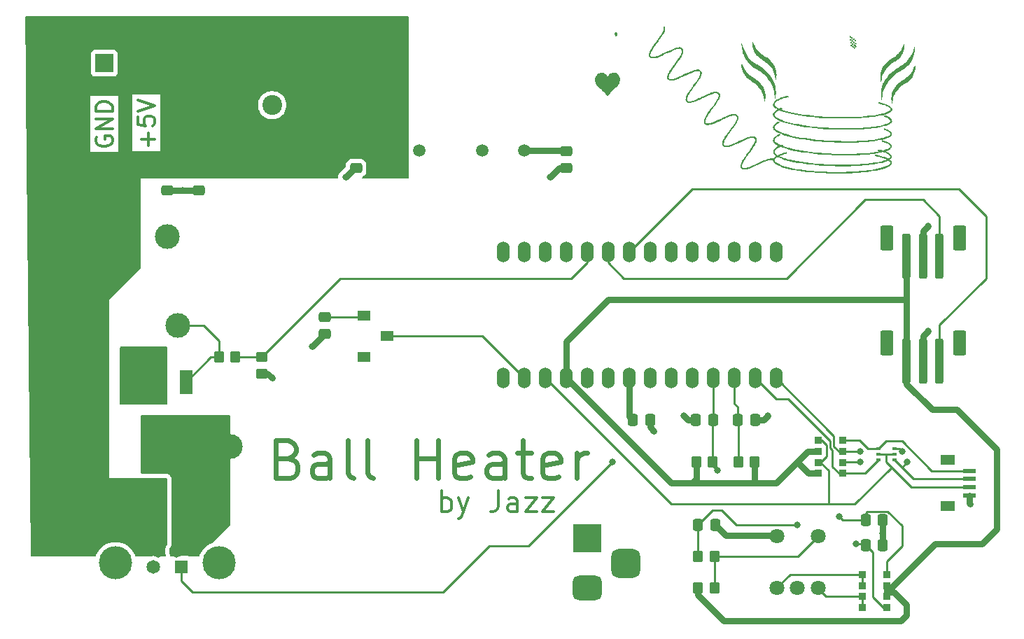
<source format=gbr>
%TF.GenerationSoftware,KiCad,Pcbnew,7.0.8*%
%TF.CreationDate,2023-10-19T15:00:40-04:00*%
%TF.ProjectId,ball_heater_controller,62616c6c-5f68-4656-9174-65725f636f6e,rev?*%
%TF.SameCoordinates,Original*%
%TF.FileFunction,Copper,L1,Top*%
%TF.FilePolarity,Positive*%
%FSLAX46Y46*%
G04 Gerber Fmt 4.6, Leading zero omitted, Abs format (unit mm)*
G04 Created by KiCad (PCBNEW 7.0.8) date 2023-10-19 15:00:40*
%MOMM*%
%LPD*%
G01*
G04 APERTURE LIST*
G04 Aperture macros list*
%AMRoundRect*
0 Rectangle with rounded corners*
0 $1 Rounding radius*
0 $2 $3 $4 $5 $6 $7 $8 $9 X,Y pos of 4 corners*
0 Add a 4 corners polygon primitive as box body*
4,1,4,$2,$3,$4,$5,$6,$7,$8,$9,$2,$3,0*
0 Add four circle primitives for the rounded corners*
1,1,$1+$1,$2,$3*
1,1,$1+$1,$4,$5*
1,1,$1+$1,$6,$7*
1,1,$1+$1,$8,$9*
0 Add four rect primitives between the rounded corners*
20,1,$1+$1,$2,$3,$4,$5,0*
20,1,$1+$1,$4,$5,$6,$7,0*
20,1,$1+$1,$6,$7,$8,$9,0*
20,1,$1+$1,$8,$9,$2,$3,0*%
G04 Aperture macros list end*
%ADD10C,0.304800*%
%TA.AperFunction,NonConductor*%
%ADD11C,0.304800*%
%TD*%
%ADD12C,0.584200*%
%TA.AperFunction,NonConductor*%
%ADD13C,0.584200*%
%TD*%
%TA.AperFunction,SMDPad,CuDef*%
%ADD14RoundRect,0.120000X-0.680000X0.480000X-0.680000X-0.480000X0.680000X-0.480000X0.680000X0.480000X0*%
%TD*%
%TA.AperFunction,SMDPad,CuDef*%
%ADD15RoundRect,0.250000X-0.475000X0.337500X-0.475000X-0.337500X0.475000X-0.337500X0.475000X0.337500X0*%
%TD*%
%TA.AperFunction,SMDPad,CuDef*%
%ADD16RoundRect,0.250000X0.350000X0.450000X-0.350000X0.450000X-0.350000X-0.450000X0.350000X-0.450000X0*%
%TD*%
%TA.AperFunction,SMDPad,CuDef*%
%ADD17R,1.800000X1.200000*%
%TD*%
%TA.AperFunction,SMDPad,CuDef*%
%ADD18R,1.600000X0.600000*%
%TD*%
%TA.AperFunction,SMDPad,CuDef*%
%ADD19RoundRect,0.250000X-0.350000X-0.450000X0.350000X-0.450000X0.350000X0.450000X-0.350000X0.450000X0*%
%TD*%
%TA.AperFunction,SMDPad,CuDef*%
%ADD20RoundRect,0.250000X-0.250000X-2.500000X0.250000X-2.500000X0.250000X2.500000X-0.250000X2.500000X0*%
%TD*%
%TA.AperFunction,SMDPad,CuDef*%
%ADD21RoundRect,0.250000X-0.550000X-1.250000X0.550000X-1.250000X0.550000X1.250000X-0.550000X1.250000X0*%
%TD*%
%TA.AperFunction,SMDPad,CuDef*%
%ADD22R,0.900000X0.900000*%
%TD*%
%TA.AperFunction,SMDPad,CuDef*%
%ADD23R,1.600000X3.000000*%
%TD*%
%TA.AperFunction,SMDPad,CuDef*%
%ADD24R,5.800000X6.200000*%
%TD*%
%TA.AperFunction,SMDPad,CuDef*%
%ADD25R,2.500000X1.700000*%
%TD*%
%TA.AperFunction,SMDPad,CuDef*%
%ADD26RoundRect,0.250000X0.450000X-0.350000X0.450000X0.350000X-0.450000X0.350000X-0.450000X-0.350000X0*%
%TD*%
%TA.AperFunction,ComponentPad*%
%ADD27O,1.524000X2.540000*%
%TD*%
%TA.AperFunction,ComponentPad*%
%ADD28C,3.000000*%
%TD*%
%TA.AperFunction,ComponentPad*%
%ADD29R,1.650000X1.650000*%
%TD*%
%TA.AperFunction,ComponentPad*%
%ADD30C,1.650000*%
%TD*%
%TA.AperFunction,ComponentPad*%
%ADD31C,4.016000*%
%TD*%
%TA.AperFunction,ComponentPad*%
%ADD32C,1.800000*%
%TD*%
%TA.AperFunction,SMDPad,CuDef*%
%ADD33RoundRect,0.250000X0.337500X0.475000X-0.337500X0.475000X-0.337500X-0.475000X0.337500X-0.475000X0*%
%TD*%
%TA.AperFunction,ComponentPad*%
%ADD34R,1.508000X1.508000*%
%TD*%
%TA.AperFunction,ComponentPad*%
%ADD35C,1.508000*%
%TD*%
%TA.AperFunction,SMDPad,CuDef*%
%ADD36RoundRect,0.250000X-0.337500X-0.475000X0.337500X-0.475000X0.337500X0.475000X-0.337500X0.475000X0*%
%TD*%
%TA.AperFunction,SMDPad,CuDef*%
%ADD37R,0.600000X0.420000*%
%TD*%
%TA.AperFunction,ComponentPad*%
%ADD38R,2.400000X2.400000*%
%TD*%
%TA.AperFunction,ComponentPad*%
%ADD39C,2.400000*%
%TD*%
%TA.AperFunction,ComponentPad*%
%ADD40R,3.500000X3.500000*%
%TD*%
%TA.AperFunction,ComponentPad*%
%ADD41RoundRect,0.750000X1.000000X-0.750000X1.000000X0.750000X-1.000000X0.750000X-1.000000X-0.750000X0*%
%TD*%
%TA.AperFunction,ComponentPad*%
%ADD42RoundRect,0.875000X0.875000X-0.875000X0.875000X0.875000X-0.875000X0.875000X-0.875000X-0.875000X0*%
%TD*%
%TA.AperFunction,ComponentPad*%
%ADD43R,2.200000X2.200000*%
%TD*%
%TA.AperFunction,ComponentPad*%
%ADD44C,2.300000*%
%TD*%
%TA.AperFunction,ViaPad*%
%ADD45C,0.800000*%
%TD*%
%TA.AperFunction,Conductor*%
%ADD46C,0.254000*%
%TD*%
%TA.AperFunction,Conductor*%
%ADD47C,0.762000*%
%TD*%
G04 APERTURE END LIST*
D10*
D11*
X134790287Y-112703302D02*
X134790287Y-110163302D01*
X134790287Y-111130921D02*
X135032192Y-111009969D01*
X135032192Y-111009969D02*
X135516002Y-111009969D01*
X135516002Y-111009969D02*
X135757906Y-111130921D01*
X135757906Y-111130921D02*
X135878859Y-111251873D01*
X135878859Y-111251873D02*
X135999811Y-111493778D01*
X135999811Y-111493778D02*
X135999811Y-112219492D01*
X135999811Y-112219492D02*
X135878859Y-112461397D01*
X135878859Y-112461397D02*
X135757906Y-112582350D01*
X135757906Y-112582350D02*
X135516002Y-112703302D01*
X135516002Y-112703302D02*
X135032192Y-112703302D01*
X135032192Y-112703302D02*
X134790287Y-112582350D01*
X136846478Y-111009969D02*
X137451240Y-112703302D01*
X138056001Y-111009969D02*
X137451240Y-112703302D01*
X137451240Y-112703302D02*
X137209335Y-113308064D01*
X137209335Y-113308064D02*
X137088382Y-113429016D01*
X137088382Y-113429016D02*
X136846478Y-113549969D01*
X141684573Y-110163302D02*
X141684573Y-111977588D01*
X141684573Y-111977588D02*
X141563620Y-112340445D01*
X141563620Y-112340445D02*
X141321716Y-112582350D01*
X141321716Y-112582350D02*
X140958858Y-112703302D01*
X140958858Y-112703302D02*
X140716954Y-112703302D01*
X143982668Y-112703302D02*
X143982668Y-111372826D01*
X143982668Y-111372826D02*
X143861715Y-111130921D01*
X143861715Y-111130921D02*
X143619811Y-111009969D01*
X143619811Y-111009969D02*
X143136001Y-111009969D01*
X143136001Y-111009969D02*
X142894096Y-111130921D01*
X143982668Y-112582350D02*
X143740763Y-112703302D01*
X143740763Y-112703302D02*
X143136001Y-112703302D01*
X143136001Y-112703302D02*
X142894096Y-112582350D01*
X142894096Y-112582350D02*
X142773144Y-112340445D01*
X142773144Y-112340445D02*
X142773144Y-112098540D01*
X142773144Y-112098540D02*
X142894096Y-111856635D01*
X142894096Y-111856635D02*
X143136001Y-111735683D01*
X143136001Y-111735683D02*
X143740763Y-111735683D01*
X143740763Y-111735683D02*
X143982668Y-111614730D01*
X144950287Y-111009969D02*
X146280763Y-111009969D01*
X146280763Y-111009969D02*
X144950287Y-112703302D01*
X144950287Y-112703302D02*
X146280763Y-112703302D01*
X147006477Y-111009969D02*
X148336953Y-111009969D01*
X148336953Y-111009969D02*
X147006477Y-112703302D01*
X147006477Y-112703302D02*
X148336953Y-112703302D01*
D12*
D13*
X116280913Y-106235238D02*
X116934056Y-106452952D01*
X116934056Y-106452952D02*
X117151770Y-106670666D01*
X117151770Y-106670666D02*
X117369484Y-107106095D01*
X117369484Y-107106095D02*
X117369484Y-107759238D01*
X117369484Y-107759238D02*
X117151770Y-108194666D01*
X117151770Y-108194666D02*
X116934056Y-108412381D01*
X116934056Y-108412381D02*
X116498627Y-108630095D01*
X116498627Y-108630095D02*
X114756913Y-108630095D01*
X114756913Y-108630095D02*
X114756913Y-104058095D01*
X114756913Y-104058095D02*
X116280913Y-104058095D01*
X116280913Y-104058095D02*
X116716342Y-104275809D01*
X116716342Y-104275809D02*
X116934056Y-104493523D01*
X116934056Y-104493523D02*
X117151770Y-104928952D01*
X117151770Y-104928952D02*
X117151770Y-105364381D01*
X117151770Y-105364381D02*
X116934056Y-105799809D01*
X116934056Y-105799809D02*
X116716342Y-106017523D01*
X116716342Y-106017523D02*
X116280913Y-106235238D01*
X116280913Y-106235238D02*
X114756913Y-106235238D01*
X121288342Y-108630095D02*
X121288342Y-106235238D01*
X121288342Y-106235238D02*
X121070627Y-105799809D01*
X121070627Y-105799809D02*
X120635199Y-105582095D01*
X120635199Y-105582095D02*
X119764342Y-105582095D01*
X119764342Y-105582095D02*
X119328913Y-105799809D01*
X121288342Y-108412381D02*
X120852913Y-108630095D01*
X120852913Y-108630095D02*
X119764342Y-108630095D01*
X119764342Y-108630095D02*
X119328913Y-108412381D01*
X119328913Y-108412381D02*
X119111199Y-107976952D01*
X119111199Y-107976952D02*
X119111199Y-107541523D01*
X119111199Y-107541523D02*
X119328913Y-107106095D01*
X119328913Y-107106095D02*
X119764342Y-106888381D01*
X119764342Y-106888381D02*
X120852913Y-106888381D01*
X120852913Y-106888381D02*
X121288342Y-106670666D01*
X124118627Y-108630095D02*
X123683198Y-108412381D01*
X123683198Y-108412381D02*
X123465484Y-107976952D01*
X123465484Y-107976952D02*
X123465484Y-104058095D01*
X126513484Y-108630095D02*
X126078055Y-108412381D01*
X126078055Y-108412381D02*
X125860341Y-107976952D01*
X125860341Y-107976952D02*
X125860341Y-104058095D01*
X131738627Y-108630095D02*
X131738627Y-104058095D01*
X131738627Y-106235238D02*
X134351198Y-106235238D01*
X134351198Y-108630095D02*
X134351198Y-104058095D01*
X138270055Y-108412381D02*
X137834627Y-108630095D01*
X137834627Y-108630095D02*
X136963770Y-108630095D01*
X136963770Y-108630095D02*
X136528341Y-108412381D01*
X136528341Y-108412381D02*
X136310627Y-107976952D01*
X136310627Y-107976952D02*
X136310627Y-106235238D01*
X136310627Y-106235238D02*
X136528341Y-105799809D01*
X136528341Y-105799809D02*
X136963770Y-105582095D01*
X136963770Y-105582095D02*
X137834627Y-105582095D01*
X137834627Y-105582095D02*
X138270055Y-105799809D01*
X138270055Y-105799809D02*
X138487770Y-106235238D01*
X138487770Y-106235238D02*
X138487770Y-106670666D01*
X138487770Y-106670666D02*
X136310627Y-107106095D01*
X142406627Y-108630095D02*
X142406627Y-106235238D01*
X142406627Y-106235238D02*
X142188912Y-105799809D01*
X142188912Y-105799809D02*
X141753484Y-105582095D01*
X141753484Y-105582095D02*
X140882627Y-105582095D01*
X140882627Y-105582095D02*
X140447198Y-105799809D01*
X142406627Y-108412381D02*
X141971198Y-108630095D01*
X141971198Y-108630095D02*
X140882627Y-108630095D01*
X140882627Y-108630095D02*
X140447198Y-108412381D01*
X140447198Y-108412381D02*
X140229484Y-107976952D01*
X140229484Y-107976952D02*
X140229484Y-107541523D01*
X140229484Y-107541523D02*
X140447198Y-107106095D01*
X140447198Y-107106095D02*
X140882627Y-106888381D01*
X140882627Y-106888381D02*
X141971198Y-106888381D01*
X141971198Y-106888381D02*
X142406627Y-106670666D01*
X143930626Y-105582095D02*
X145672340Y-105582095D01*
X144583769Y-104058095D02*
X144583769Y-107976952D01*
X144583769Y-107976952D02*
X144801483Y-108412381D01*
X144801483Y-108412381D02*
X145236912Y-108630095D01*
X145236912Y-108630095D02*
X145672340Y-108630095D01*
X148938054Y-108412381D02*
X148502626Y-108630095D01*
X148502626Y-108630095D02*
X147631769Y-108630095D01*
X147631769Y-108630095D02*
X147196340Y-108412381D01*
X147196340Y-108412381D02*
X146978626Y-107976952D01*
X146978626Y-107976952D02*
X146978626Y-106235238D01*
X146978626Y-106235238D02*
X147196340Y-105799809D01*
X147196340Y-105799809D02*
X147631769Y-105582095D01*
X147631769Y-105582095D02*
X148502626Y-105582095D01*
X148502626Y-105582095D02*
X148938054Y-105799809D01*
X148938054Y-105799809D02*
X149155769Y-106235238D01*
X149155769Y-106235238D02*
X149155769Y-106670666D01*
X149155769Y-106670666D02*
X146978626Y-107106095D01*
X151115197Y-108630095D02*
X151115197Y-105582095D01*
X151115197Y-106452952D02*
X151332911Y-106017523D01*
X151332911Y-106017523D02*
X151550626Y-105799809D01*
X151550626Y-105799809D02*
X151986054Y-105582095D01*
X151986054Y-105582095D02*
X152421483Y-105582095D01*
D10*
D11*
X99291376Y-68403664D02*
X99291376Y-66855474D01*
X100065471Y-67629569D02*
X98517281Y-67629569D01*
X98033471Y-64920235D02*
X98033471Y-65887854D01*
X98033471Y-65887854D02*
X99001090Y-65984616D01*
X99001090Y-65984616D02*
X98904329Y-65887854D01*
X98904329Y-65887854D02*
X98807567Y-65694330D01*
X98807567Y-65694330D02*
X98807567Y-65210521D01*
X98807567Y-65210521D02*
X98904329Y-65016997D01*
X98904329Y-65016997D02*
X99001090Y-64920235D01*
X99001090Y-64920235D02*
X99194614Y-64823473D01*
X99194614Y-64823473D02*
X99678424Y-64823473D01*
X99678424Y-64823473D02*
X99871948Y-64920235D01*
X99871948Y-64920235D02*
X99968710Y-65016997D01*
X99968710Y-65016997D02*
X100065471Y-65210521D01*
X100065471Y-65210521D02*
X100065471Y-65694330D01*
X100065471Y-65694330D02*
X99968710Y-65887854D01*
X99968710Y-65887854D02*
X99871948Y-65984616D01*
X98033471Y-64242902D02*
X100065471Y-63565568D01*
X100065471Y-63565568D02*
X98033471Y-62888235D01*
D10*
D11*
X93050233Y-67339283D02*
X92953471Y-67532807D01*
X92953471Y-67532807D02*
X92953471Y-67823093D01*
X92953471Y-67823093D02*
X93050233Y-68113378D01*
X93050233Y-68113378D02*
X93243757Y-68306902D01*
X93243757Y-68306902D02*
X93437281Y-68403664D01*
X93437281Y-68403664D02*
X93824329Y-68500426D01*
X93824329Y-68500426D02*
X94114614Y-68500426D01*
X94114614Y-68500426D02*
X94501662Y-68403664D01*
X94501662Y-68403664D02*
X94695186Y-68306902D01*
X94695186Y-68306902D02*
X94888710Y-68113378D01*
X94888710Y-68113378D02*
X94985471Y-67823093D01*
X94985471Y-67823093D02*
X94985471Y-67629569D01*
X94985471Y-67629569D02*
X94888710Y-67339283D01*
X94888710Y-67339283D02*
X94791948Y-67242521D01*
X94791948Y-67242521D02*
X94114614Y-67242521D01*
X94114614Y-67242521D02*
X94114614Y-67629569D01*
X94985471Y-66371664D02*
X92953471Y-66371664D01*
X92953471Y-66371664D02*
X94985471Y-65210521D01*
X94985471Y-65210521D02*
X92953471Y-65210521D01*
X94985471Y-64242902D02*
X92953471Y-64242902D01*
X92953471Y-64242902D02*
X92953471Y-63759092D01*
X92953471Y-63759092D02*
X93050233Y-63468807D01*
X93050233Y-63468807D02*
X93243757Y-63275283D01*
X93243757Y-63275283D02*
X93437281Y-63178521D01*
X93437281Y-63178521D02*
X93824329Y-63081759D01*
X93824329Y-63081759D02*
X94114614Y-63081759D01*
X94114614Y-63081759D02*
X94501662Y-63178521D01*
X94501662Y-63178521D02*
X94695186Y-63275283D01*
X94695186Y-63275283D02*
X94888710Y-63468807D01*
X94888710Y-63468807D02*
X94985471Y-63759092D01*
X94985471Y-63759092D02*
X94985471Y-64242902D01*
%TA.AperFunction,EtchedComponent*%
%TO.C,G\u002A\u002A\u002A*%
G36*
X184326140Y-55497916D02*
G01*
X184387962Y-55549852D01*
X184343804Y-55638899D01*
X184299645Y-55727946D01*
X184233408Y-55674355D01*
X184185514Y-55626713D01*
X184170292Y-55583253D01*
X184187000Y-55536678D01*
X184215744Y-55500037D01*
X184264319Y-55445980D01*
X184326140Y-55497916D01*
G37*
%TD.AperFunction*%
%TA.AperFunction,EtchedComponent*%
G36*
X184911282Y-55941991D02*
G01*
X184955194Y-55971352D01*
X185016662Y-56018236D01*
X184959383Y-56077333D01*
X184908608Y-56120792D01*
X184865124Y-56133585D01*
X184820360Y-56116614D01*
X184792116Y-56094941D01*
X184743882Y-56053452D01*
X184783740Y-55988960D01*
X184821662Y-55942195D01*
X184862120Y-55926750D01*
X184911282Y-55941991D01*
G37*
%TD.AperFunction*%
%TA.AperFunction,EtchedComponent*%
G36*
X184261339Y-55105876D02*
G01*
X184312497Y-55154556D01*
X184338141Y-55189618D01*
X184339970Y-55219970D01*
X184319681Y-55254522D01*
X184295230Y-55283691D01*
X184246655Y-55339284D01*
X184189651Y-55300687D01*
X184143291Y-55263920D01*
X184124876Y-55229373D01*
X184132578Y-55186886D01*
X184159726Y-55134485D01*
X184205931Y-55055642D01*
X184261339Y-55105876D01*
G37*
%TD.AperFunction*%
%TA.AperFunction,EtchedComponent*%
G36*
X184679513Y-55433885D02*
G01*
X184717880Y-55456372D01*
X184789315Y-55503646D01*
X184730897Y-55563918D01*
X184674720Y-55609425D01*
X184624706Y-55621375D01*
X184577174Y-55600140D01*
X184557042Y-55581392D01*
X184531331Y-55551110D01*
X184527084Y-55527710D01*
X184542913Y-55494502D01*
X184548953Y-55484220D01*
X184586543Y-55436272D01*
X184627918Y-55419847D01*
X184679513Y-55433885D01*
G37*
%TD.AperFunction*%
%TA.AperFunction,EtchedComponent*%
G36*
X184379293Y-55839045D02*
G01*
X184408596Y-55855651D01*
X184441298Y-55877368D01*
X184454731Y-55896082D01*
X184447779Y-55919943D01*
X184419330Y-55957105D01*
X184390138Y-55990707D01*
X184355184Y-56021788D01*
X184321699Y-56026332D01*
X184280752Y-56003652D01*
X184252683Y-55980099D01*
X184196331Y-55929749D01*
X184235943Y-55874119D01*
X184276840Y-55832307D01*
X184322428Y-55820851D01*
X184379293Y-55839045D01*
G37*
%TD.AperFunction*%
%TA.AperFunction,EtchedComponent*%
G36*
X184852660Y-55572216D02*
G01*
X184901521Y-55619120D01*
X184918913Y-55662267D01*
X184906596Y-55709893D01*
X184888488Y-55739966D01*
X184860972Y-55777350D01*
X184841700Y-55798071D01*
X184838380Y-55799606D01*
X184819437Y-55789994D01*
X184783390Y-55767339D01*
X184772373Y-55759984D01*
X184727183Y-55714708D01*
X184716470Y-55662811D01*
X184740171Y-55603555D01*
X184756498Y-55581047D01*
X184798085Y-55529072D01*
X184852660Y-55572216D01*
G37*
%TD.AperFunction*%
%TA.AperFunction,EtchedComponent*%
G36*
X184554123Y-55993953D02*
G01*
X184591163Y-56029661D01*
X184608491Y-56065389D01*
X184608755Y-56069310D01*
X184601266Y-56100164D01*
X184582977Y-56143131D01*
X184560153Y-56186083D01*
X184539063Y-56216892D01*
X184528444Y-56224747D01*
X184512399Y-56214153D01*
X184479318Y-56187247D01*
X184458754Y-56169508D01*
X184416772Y-56123043D01*
X184406339Y-56080184D01*
X184427457Y-56033610D01*
X184458788Y-55997166D01*
X184499490Y-55955051D01*
X184554123Y-55993953D01*
G37*
%TD.AperFunction*%
%TA.AperFunction,EtchedComponent*%
G36*
X184655888Y-55739914D02*
G01*
X184691021Y-55764401D01*
X184707083Y-55776426D01*
X184753658Y-55824349D01*
X184765205Y-55871982D01*
X184741904Y-55921913D01*
X184719019Y-55946861D01*
X184670311Y-55993525D01*
X184613038Y-55957262D01*
X184572413Y-55922010D01*
X184555805Y-55886624D01*
X184555765Y-55885076D01*
X184563447Y-55853372D01*
X184582216Y-55810095D01*
X184605654Y-55767351D01*
X184627346Y-55737246D01*
X184637870Y-55730171D01*
X184655888Y-55739914D01*
G37*
%TD.AperFunction*%
%TA.AperFunction,EtchedComponent*%
G36*
X184790000Y-56480384D02*
G01*
X184827969Y-56519485D01*
X184851592Y-56552137D01*
X184855525Y-56563867D01*
X184845215Y-56585896D01*
X184820522Y-56621338D01*
X184790009Y-56659479D01*
X184762241Y-56689606D01*
X184745896Y-56701024D01*
X184730601Y-56690606D01*
X184699039Y-56665816D01*
X184692656Y-56660618D01*
X184655911Y-56619740D01*
X184646995Y-56575120D01*
X184665531Y-56519033D01*
X184684110Y-56485701D01*
X184723958Y-56419881D01*
X184790000Y-56480384D01*
G37*
%TD.AperFunction*%
%TA.AperFunction,EtchedComponent*%
G36*
X184424052Y-55224437D02*
G01*
X184452591Y-55247801D01*
X184485407Y-55280587D01*
X184513310Y-55313956D01*
X184523062Y-55329039D01*
X184528772Y-55362190D01*
X184511249Y-55406677D01*
X184502336Y-55421772D01*
X184469806Y-55465897D01*
X184439552Y-55479301D01*
X184401069Y-55463937D01*
X184374715Y-55445524D01*
X184335167Y-55399769D01*
X184329931Y-55346691D01*
X184358968Y-55285619D01*
X184364754Y-55277720D01*
X184391702Y-55242153D01*
X184407922Y-55220736D01*
X184408982Y-55219334D01*
X184424052Y-55224437D01*
G37*
%TD.AperFunction*%
%TA.AperFunction,EtchedComponent*%
G36*
X184599494Y-56336819D02*
G01*
X184626882Y-56350774D01*
X184668950Y-56378004D01*
X184694009Y-56401153D01*
X184697072Y-56408083D01*
X184683463Y-56437959D01*
X184650468Y-56474111D01*
X184609842Y-56506127D01*
X184573335Y-56523595D01*
X184565708Y-56524467D01*
X184528439Y-56512822D01*
X184485310Y-56485063D01*
X184480080Y-56480626D01*
X184448777Y-56450548D01*
X184441416Y-56428761D01*
X184454820Y-56400914D01*
X184460502Y-56392150D01*
X184502559Y-56341826D01*
X184546103Y-56324075D01*
X184599494Y-56336819D01*
G37*
%TD.AperFunction*%
%TA.AperFunction,EtchedComponent*%
G36*
X155917674Y-54627401D02*
G01*
X155977551Y-54665748D01*
X156018177Y-54731946D01*
X156040279Y-54827265D01*
X156042044Y-54844183D01*
X156041254Y-54941137D01*
X156022862Y-55029435D01*
X155989569Y-55100116D01*
X155953283Y-55138476D01*
X155911568Y-55161166D01*
X155875864Y-55158806D01*
X155837106Y-55136138D01*
X155793478Y-55089691D01*
X155764598Y-55026321D01*
X155749497Y-54952139D01*
X155747208Y-54873255D01*
X155756763Y-54795779D01*
X155777194Y-54725822D01*
X155807534Y-54669495D01*
X155846814Y-54632908D01*
X155894068Y-54622172D01*
X155917674Y-54627401D01*
G37*
%TD.AperFunction*%
%TA.AperFunction,EtchedComponent*%
G36*
X184468026Y-55583345D02*
G01*
X184500467Y-55612943D01*
X184535338Y-55649745D01*
X184562896Y-55683497D01*
X184573428Y-55703424D01*
X184564484Y-55726354D01*
X184543001Y-55762922D01*
X184517000Y-55801112D01*
X184494505Y-55828903D01*
X184485111Y-55835733D01*
X184465945Y-55826978D01*
X184429465Y-55805484D01*
X184418873Y-55798793D01*
X184378373Y-55763406D01*
X184361529Y-55728021D01*
X184361467Y-55726106D01*
X184369567Y-55692006D01*
X184389399Y-55647718D01*
X184414262Y-55605270D01*
X184437458Y-55576689D01*
X184447760Y-55571200D01*
X184468026Y-55583345D01*
G37*
%TD.AperFunction*%
%TA.AperFunction,EtchedComponent*%
G36*
X184382615Y-56180006D02*
G01*
X184427408Y-56200233D01*
X184469808Y-56225651D01*
X184497830Y-56249478D01*
X184502775Y-56259685D01*
X184490917Y-56277083D01*
X184462016Y-56307689D01*
X184426078Y-56341988D01*
X184393113Y-56370466D01*
X184373127Y-56383612D01*
X184372297Y-56383718D01*
X184355594Y-56374792D01*
X184320792Y-56352530D01*
X184308035Y-56343975D01*
X184269107Y-56314150D01*
X184245400Y-56289519D01*
X184243125Y-56285140D01*
X184249076Y-56255160D01*
X184274919Y-56218667D01*
X184310124Y-56187109D01*
X184344160Y-56171934D01*
X184347417Y-56171757D01*
X184382615Y-56180006D01*
G37*
%TD.AperFunction*%
%TA.AperFunction,EtchedComponent*%
G36*
X184730935Y-56129109D02*
G01*
X184778145Y-56155954D01*
X184833926Y-56193026D01*
X184889061Y-56234051D01*
X184934334Y-56272753D01*
X184947974Y-56286569D01*
X184986347Y-56340129D01*
X184993045Y-56387730D01*
X184968395Y-56438381D01*
X184954109Y-56456503D01*
X184910867Y-56507893D01*
X184848128Y-56452807D01*
X184811097Y-56417698D01*
X184788569Y-56391337D01*
X184785389Y-56384353D01*
X184794526Y-56362771D01*
X184817537Y-56324119D01*
X184829548Y-56305913D01*
X184861334Y-56256617D01*
X184870802Y-56234306D01*
X184857479Y-56238203D01*
X184820890Y-56267527D01*
X184811270Y-56275907D01*
X184745875Y-56319880D01*
X184688907Y-56330079D01*
X184641201Y-56306548D01*
X184611463Y-56265769D01*
X184601791Y-56235859D01*
X184611588Y-56206396D01*
X184636884Y-56173036D01*
X184670248Y-56138553D01*
X184696790Y-56119867D01*
X184701512Y-56118766D01*
X184730935Y-56129109D01*
G37*
%TD.AperFunction*%
%TA.AperFunction,EtchedComponent*%
G36*
X192078203Y-58722364D02*
G01*
X192085749Y-58774153D01*
X192091785Y-58845284D01*
X192095034Y-58914785D01*
X192085940Y-59145026D01*
X192046464Y-59382211D01*
X191978813Y-59619647D01*
X191885193Y-59850640D01*
X191767811Y-60068497D01*
X191664563Y-60220503D01*
X191552613Y-60357080D01*
X191426966Y-60485194D01*
X191283160Y-60608479D01*
X191116738Y-60730566D01*
X190923238Y-60855089D01*
X190786381Y-60935875D01*
X190537527Y-61097705D01*
X190301254Y-61289106D01*
X190082795Y-61505093D01*
X189887380Y-61740683D01*
X189779897Y-61894705D01*
X189638247Y-62136248D01*
X189526377Y-62380895D01*
X189442132Y-62635046D01*
X189383355Y-62905103D01*
X189350115Y-63170887D01*
X189340007Y-63243854D01*
X189325722Y-63282176D01*
X189307761Y-63285696D01*
X189286626Y-63254256D01*
X189265750Y-63197383D01*
X189235751Y-63092897D01*
X189215087Y-62999574D01*
X189202290Y-62906225D01*
X189195893Y-62801664D01*
X189194430Y-62674701D01*
X189194537Y-62654232D01*
X189203430Y-62451143D01*
X189228746Y-62261936D01*
X189272769Y-62076968D01*
X189337781Y-61886595D01*
X189423564Y-61686552D01*
X189563846Y-61424966D01*
X189733480Y-61181760D01*
X189932876Y-60956510D01*
X190162444Y-60748793D01*
X190422593Y-60558186D01*
X190649645Y-60419627D01*
X190883582Y-60276424D01*
X191092825Y-60123134D01*
X191280532Y-59956039D01*
X191449863Y-59771424D01*
X191603975Y-59565570D01*
X191746028Y-59334762D01*
X191879182Y-59075283D01*
X191974731Y-58860512D01*
X192011999Y-58775852D01*
X192039672Y-58722434D01*
X192059122Y-58697918D01*
X192070066Y-58697908D01*
X192078203Y-58722364D01*
G37*
%TD.AperFunction*%
%TA.AperFunction,EtchedComponent*%
G36*
X172459841Y-55836532D02*
G01*
X172484444Y-55875471D01*
X172516753Y-55940378D01*
X172558539Y-56034249D01*
X172579512Y-56083440D01*
X172640665Y-56225465D01*
X172694272Y-56342841D01*
X172744820Y-56444133D01*
X172796797Y-56537905D01*
X172854688Y-56632722D01*
X172918263Y-56730091D01*
X173053558Y-56913915D01*
X173204830Y-57082097D01*
X173376422Y-57238426D01*
X173572676Y-57386690D01*
X173797935Y-57530677D01*
X173910090Y-57595178D01*
X174161450Y-57752983D01*
X174392995Y-57933539D01*
X174602955Y-58134082D01*
X174789564Y-58351848D01*
X174951053Y-58584071D01*
X175085656Y-58827987D01*
X175191603Y-59080830D01*
X175267128Y-59339837D01*
X175310464Y-59602243D01*
X175320781Y-59801590D01*
X175315255Y-59985360D01*
X175297266Y-60144719D01*
X175265655Y-60288723D01*
X175252962Y-60331492D01*
X175231722Y-60394114D01*
X175215184Y-60427898D01*
X175199584Y-60438303D01*
X175183435Y-60432322D01*
X175174032Y-60410268D01*
X175164644Y-60361359D01*
X175156677Y-60294039D01*
X175153397Y-60252007D01*
X175118411Y-59978166D01*
X175049640Y-59705991D01*
X174948597Y-59438529D01*
X174816799Y-59178826D01*
X174655759Y-58929928D01*
X174466992Y-58694882D01*
X174287011Y-58509338D01*
X174129201Y-58369775D01*
X173957923Y-58238142D01*
X173765660Y-58108975D01*
X173590821Y-58003240D01*
X173407483Y-57890459D01*
X173252021Y-57780500D01*
X173117859Y-57668387D01*
X173016764Y-57568855D01*
X172836528Y-57352896D01*
X172687398Y-57120749D01*
X172570041Y-56874078D01*
X172485128Y-56614548D01*
X172433325Y-56343826D01*
X172415336Y-56070811D01*
X172415712Y-55983229D01*
X172417779Y-55908617D01*
X172421215Y-55853964D01*
X172425698Y-55826259D01*
X172426684Y-55824575D01*
X172441178Y-55820565D01*
X172459841Y-55836532D01*
G37*
%TD.AperFunction*%
%TA.AperFunction,EtchedComponent*%
G36*
X171122631Y-58430533D02*
G01*
X171142784Y-58470909D01*
X171167647Y-58528389D01*
X171173661Y-58543289D01*
X171313910Y-58860893D01*
X171469214Y-59147024D01*
X171640071Y-59402396D01*
X171826980Y-59627722D01*
X172030437Y-59823718D01*
X172113228Y-59891464D01*
X172183213Y-59942783D01*
X172273775Y-60004368D01*
X172374560Y-60069419D01*
X172475215Y-60131135D01*
X172503120Y-60147564D01*
X172662462Y-60242668D01*
X172796671Y-60328508D01*
X172912823Y-60410333D01*
X173017995Y-60493391D01*
X173119262Y-60582933D01*
X173215645Y-60676133D01*
X173418295Y-60901114D01*
X173591100Y-61140112D01*
X173733119Y-61390977D01*
X173843405Y-61651559D01*
X173921016Y-61919709D01*
X173965007Y-62193277D01*
X173975376Y-62406048D01*
X173972015Y-62534749D01*
X173962574Y-62656401D01*
X173948010Y-62767048D01*
X173929282Y-62862733D01*
X173907349Y-62939501D01*
X173883170Y-62993395D01*
X173857704Y-63020458D01*
X173831909Y-63016736D01*
X173828180Y-63013389D01*
X173821228Y-62990108D01*
X173817000Y-62944464D01*
X173816405Y-62917518D01*
X173807559Y-62771928D01*
X173782604Y-62606668D01*
X173743919Y-62432172D01*
X173693879Y-62258876D01*
X173634862Y-62097214D01*
X173623314Y-62069796D01*
X173480862Y-61783599D01*
X173308394Y-61515246D01*
X173107108Y-61266030D01*
X172878200Y-61037250D01*
X172622868Y-60830200D01*
X172342309Y-60646177D01*
X172270855Y-60605304D01*
X172017094Y-60446604D01*
X171793541Y-60269637D01*
X171599951Y-60074040D01*
X171436077Y-59859448D01*
X171301673Y-59625499D01*
X171196494Y-59371829D01*
X171120294Y-59098075D01*
X171077021Y-58840322D01*
X171067072Y-58737409D01*
X171065741Y-58653594D01*
X171073075Y-58573704D01*
X171077913Y-58542579D01*
X171089785Y-58480898D01*
X171101288Y-58435676D01*
X171110174Y-58415552D01*
X171111081Y-58415229D01*
X171122631Y-58430533D01*
G37*
%TD.AperFunction*%
%TA.AperFunction,EtchedComponent*%
G36*
X190735272Y-56097787D02*
G01*
X190740549Y-56104683D01*
X190748795Y-56136797D01*
X190753621Y-56196591D01*
X190755200Y-56276600D01*
X190753707Y-56369361D01*
X190749314Y-56467409D01*
X190742196Y-56563281D01*
X190732525Y-56649513D01*
X190727051Y-56685148D01*
X190700919Y-56806975D01*
X190663189Y-56943340D01*
X190618059Y-57081222D01*
X190569730Y-57207599D01*
X190531190Y-57292453D01*
X190436568Y-57458145D01*
X190320288Y-57625794D01*
X190192292Y-57781557D01*
X190139503Y-57837982D01*
X189997817Y-57973939D01*
X189856791Y-58088398D01*
X189702547Y-58192057D01*
X189607503Y-58248086D01*
X189343938Y-58408369D01*
X189111113Y-58574037D01*
X188904467Y-58749173D01*
X188719439Y-58937862D01*
X188551467Y-59144187D01*
X188457167Y-59277856D01*
X188298917Y-59543163D01*
X188174760Y-59816588D01*
X188083993Y-60100127D01*
X188025918Y-60395775D01*
X188008264Y-60556701D01*
X187998199Y-60636453D01*
X187983972Y-60682708D01*
X187966006Y-60694979D01*
X187944724Y-60672782D01*
X187931474Y-60645018D01*
X187905826Y-60564412D01*
X187882842Y-60457457D01*
X187864047Y-60333112D01*
X187850965Y-60200337D01*
X187848089Y-60154858D01*
X187851913Y-59909066D01*
X187888482Y-59657726D01*
X187956440Y-59404506D01*
X188054430Y-59153073D01*
X188181094Y-58907096D01*
X188335074Y-58670242D01*
X188454293Y-58516742D01*
X188586367Y-58369796D01*
X188730932Y-58232605D01*
X188893143Y-58101069D01*
X189078156Y-57971092D01*
X189291126Y-57838575D01*
X189352634Y-57802668D01*
X189512202Y-57706841D01*
X189647299Y-57616492D01*
X189766639Y-57524988D01*
X189878936Y-57425696D01*
X189981255Y-57324116D01*
X190100712Y-57192691D01*
X190207276Y-57058149D01*
X190304959Y-56914117D01*
X190397775Y-56754220D01*
X190489736Y-56572083D01*
X190579449Y-56373830D01*
X190626697Y-56266060D01*
X190662692Y-56187577D01*
X190689489Y-56134945D01*
X190709147Y-56104727D01*
X190723723Y-56093486D01*
X190735272Y-56097787D01*
G37*
%TD.AperFunction*%
%TA.AperFunction,EtchedComponent*%
G36*
X155719962Y-59576892D02*
G01*
X155885081Y-59620905D01*
X156031811Y-59693443D01*
X156157592Y-59791485D01*
X156259862Y-59912008D01*
X156336063Y-60051990D01*
X156383633Y-60208410D01*
X156400012Y-60378245D01*
X156400010Y-60379510D01*
X156387410Y-60556918D01*
X156348583Y-60720228D01*
X156280993Y-60876777D01*
X156182102Y-61033904D01*
X156166116Y-61055693D01*
X156121096Y-61113583D01*
X156071233Y-61172123D01*
X156012757Y-61235121D01*
X155941895Y-61306390D01*
X155854877Y-61389738D01*
X155747931Y-61488978D01*
X155639345Y-61587945D01*
X155476732Y-61738477D01*
X155328250Y-61882248D01*
X155196986Y-62016061D01*
X155086026Y-62136717D01*
X154998458Y-62241018D01*
X154961383Y-62290256D01*
X154922458Y-62344187D01*
X154892222Y-62384912D01*
X154875750Y-62405641D01*
X154874242Y-62406944D01*
X154862735Y-62393821D01*
X154835709Y-62359029D01*
X154798471Y-62309436D01*
X154788938Y-62296548D01*
X154708111Y-62193605D01*
X154613120Y-62085487D01*
X154500557Y-61968704D01*
X154367015Y-61839770D01*
X154209087Y-61695196D01*
X154150793Y-61643243D01*
X153994946Y-61503434D01*
X153864230Y-61382038D01*
X153755817Y-61275877D01*
X153666876Y-61181773D01*
X153594579Y-61096549D01*
X153536096Y-61017026D01*
X153488598Y-60940027D01*
X153449256Y-60862373D01*
X153442765Y-60847951D01*
X153407772Y-60751938D01*
X153377601Y-60638202D01*
X153355563Y-60521962D01*
X153344971Y-60418433D01*
X153344499Y-60396470D01*
X153360765Y-60225783D01*
X153407790Y-60067890D01*
X153482911Y-59925973D01*
X153583467Y-59803210D01*
X153706798Y-59702781D01*
X153850241Y-59627868D01*
X154011136Y-59581648D01*
X154029025Y-59578574D01*
X154190046Y-59569872D01*
X154348793Y-59593814D01*
X154499759Y-59647996D01*
X154637437Y-59730013D01*
X154756319Y-59837459D01*
X154825283Y-59926331D01*
X154876226Y-60003240D01*
X154932544Y-59916327D01*
X155029117Y-59798635D01*
X155149584Y-59702243D01*
X155287850Y-59629778D01*
X155437817Y-59583868D01*
X155593392Y-59567141D01*
X155719962Y-59576892D01*
G37*
%TD.AperFunction*%
%TA.AperFunction,EtchedComponent*%
G36*
X192066366Y-56313355D02*
G01*
X192075085Y-56351962D01*
X192079511Y-56424973D01*
X192080382Y-56498550D01*
X192066748Y-56761610D01*
X192026425Y-57040424D01*
X191973128Y-57279975D01*
X191873493Y-57605539D01*
X191747081Y-57909643D01*
X191593163Y-58193200D01*
X191411011Y-58457124D01*
X191199899Y-58702330D01*
X190959099Y-58929729D01*
X190687883Y-59140236D01*
X190385524Y-59334765D01*
X190296377Y-59385828D01*
X189947547Y-59599540D01*
X189624651Y-59836205D01*
X189328381Y-60095193D01*
X189059428Y-60375875D01*
X188818483Y-60677618D01*
X188714376Y-60827645D01*
X188633934Y-60957793D01*
X188549524Y-61109578D01*
X188466051Y-61272989D01*
X188388422Y-61438015D01*
X188321543Y-61594646D01*
X188270318Y-61732870D01*
X188269370Y-61735734D01*
X188179886Y-62055533D01*
X188120029Y-62380689D01*
X188091084Y-62703423D01*
X188088449Y-62830848D01*
X188087056Y-62910124D01*
X188082241Y-62960223D01*
X188073047Y-62987212D01*
X188062436Y-62996040D01*
X188041143Y-62991536D01*
X188023904Y-62956742D01*
X188019255Y-62940524D01*
X187991683Y-62830203D01*
X187971023Y-62732670D01*
X187956332Y-62639359D01*
X187946672Y-62541706D01*
X187941101Y-62431146D01*
X187938678Y-62299115D01*
X187938344Y-62203815D01*
X187938885Y-62069606D01*
X187940850Y-61962960D01*
X187944794Y-61876127D01*
X187951272Y-61801354D01*
X187960841Y-61730889D01*
X187974055Y-61656981D01*
X187979463Y-61629754D01*
X188063095Y-61302384D01*
X188179952Y-60978607D01*
X188327932Y-60662265D01*
X188504934Y-60357196D01*
X188708856Y-60067242D01*
X188937598Y-59796242D01*
X189042472Y-59687089D01*
X189210106Y-59528038D01*
X189385779Y-59379390D01*
X189575456Y-59236760D01*
X189785104Y-59095759D01*
X190020689Y-58952001D01*
X190119743Y-58894890D01*
X190320256Y-58776146D01*
X190494641Y-58662017D01*
X190650619Y-58547013D01*
X190795913Y-58425641D01*
X190855162Y-58371859D01*
X191087421Y-58133424D01*
X191302568Y-57866211D01*
X191498754Y-57573302D01*
X191674129Y-57257778D01*
X191826844Y-56922721D01*
X191955051Y-56571212D01*
X191976264Y-56503550D01*
X192008301Y-56404249D01*
X192033587Y-56339469D01*
X192052738Y-56309181D01*
X192066366Y-56313355D01*
G37*
%TD.AperFunction*%
%TA.AperFunction,EtchedComponent*%
G36*
X171106541Y-56044345D02*
G01*
X171121542Y-56065930D01*
X171144766Y-56115614D01*
X171173897Y-56187778D01*
X171206623Y-56276801D01*
X171228739Y-56341085D01*
X171370982Y-56719418D01*
X171534685Y-57069744D01*
X171719924Y-57392180D01*
X171926776Y-57686839D01*
X172155318Y-57953837D01*
X172405628Y-58193288D01*
X172549324Y-58310754D01*
X172599579Y-58349070D01*
X172647603Y-58384191D01*
X172697771Y-58418867D01*
X172754458Y-58455845D01*
X172822039Y-58497875D01*
X172904891Y-58547706D01*
X173007389Y-58608085D01*
X173133907Y-58681762D01*
X173211433Y-58726700D01*
X173536580Y-58933551D01*
X173837421Y-59162846D01*
X174112811Y-59412997D01*
X174361608Y-59682419D01*
X174582666Y-59969523D01*
X174774843Y-60272725D01*
X174936994Y-60590438D01*
X175067974Y-60921074D01*
X175166641Y-61263048D01*
X175215502Y-61506110D01*
X175224133Y-61580249D01*
X175230458Y-61679355D01*
X175234478Y-61795424D01*
X175236196Y-61920452D01*
X175235613Y-62046432D01*
X175232733Y-62165362D01*
X175227556Y-62269235D01*
X175220086Y-62350047D01*
X175215266Y-62380449D01*
X175189628Y-62506268D01*
X175168837Y-62600959D01*
X175151845Y-62668228D01*
X175137604Y-62711779D01*
X175125067Y-62735316D01*
X175113187Y-62742546D01*
X175112893Y-62742549D01*
X175091202Y-62727972D01*
X175086627Y-62711638D01*
X175085438Y-62682228D01*
X175083386Y-62625963D01*
X175080774Y-62551297D01*
X175078268Y-62477598D01*
X175054040Y-62151364D01*
X175002764Y-61840830D01*
X174922703Y-61539292D01*
X174812117Y-61240042D01*
X174688406Y-60973733D01*
X174501485Y-60641729D01*
X174287894Y-60331394D01*
X174046954Y-60042034D01*
X173777984Y-59772955D01*
X173480306Y-59523464D01*
X173153241Y-59292868D01*
X172878724Y-59126487D01*
X172604864Y-58960950D01*
X172362311Y-58792035D01*
X172147049Y-58616044D01*
X171955058Y-58429278D01*
X171782322Y-58228039D01*
X171624823Y-58008628D01*
X171568574Y-57920432D01*
X171449698Y-57703728D01*
X171343298Y-57461353D01*
X171251669Y-57201466D01*
X171177106Y-56932224D01*
X171121904Y-56661784D01*
X171088358Y-56398305D01*
X171078574Y-56178806D01*
X171079302Y-56106184D01*
X171082302Y-56062984D01*
X171088799Y-56043316D01*
X171100018Y-56041290D01*
X171106541Y-56044345D01*
G37*
%TD.AperFunction*%
%TA.AperFunction,EtchedComponent*%
G36*
X175653025Y-65497307D02*
G01*
X175674851Y-65543893D01*
X175687477Y-65578205D01*
X175688727Y-65585402D01*
X175674087Y-65601770D01*
X175635602Y-65627656D01*
X175581426Y-65657609D01*
X175578331Y-65659177D01*
X175459882Y-65725500D01*
X175348424Y-65800257D01*
X175249451Y-65878814D01*
X175168460Y-65956537D01*
X175110943Y-66028792D01*
X175087919Y-66072767D01*
X175073239Y-66158836D01*
X175093227Y-66247408D01*
X175147347Y-66338048D01*
X175235062Y-66430323D01*
X175355835Y-66523802D01*
X175509131Y-66618049D01*
X175694412Y-66712633D01*
X175911142Y-66807120D01*
X176077323Y-66871508D01*
X176375044Y-66973686D01*
X176705626Y-67072148D01*
X177066759Y-67166514D01*
X177456134Y-67256406D01*
X177871442Y-67341445D01*
X178310376Y-67421254D01*
X178770625Y-67495454D01*
X179249881Y-67563666D01*
X179745836Y-67625512D01*
X180256180Y-67680614D01*
X180778604Y-67728593D01*
X181310801Y-67769070D01*
X181703122Y-67793606D01*
X181989978Y-67808228D01*
X182297248Y-67820805D01*
X182619482Y-67831280D01*
X182951231Y-67839594D01*
X183287045Y-67845689D01*
X183621476Y-67849507D01*
X183949075Y-67850989D01*
X184264392Y-67850077D01*
X184561977Y-67846712D01*
X184836383Y-67840837D01*
X185082158Y-67832393D01*
X185129826Y-67830279D01*
X185641111Y-67802421D01*
X186121792Y-67767686D01*
X186571244Y-67726151D01*
X186988843Y-67677893D01*
X187373965Y-67622990D01*
X187725985Y-67561518D01*
X188044280Y-67493555D01*
X188229757Y-67446754D01*
X188426944Y-67388090D01*
X188603326Y-67324480D01*
X188756365Y-67257262D01*
X188883518Y-67187771D01*
X188982248Y-67117345D01*
X189050013Y-67047321D01*
X189077067Y-67000722D01*
X189085266Y-66937301D01*
X189059876Y-66870888D01*
X189002393Y-66802643D01*
X188914311Y-66733725D01*
X188797123Y-66665292D01*
X188652325Y-66598504D01*
X188481411Y-66534520D01*
X188471785Y-66531274D01*
X188397815Y-66505124D01*
X188337504Y-66481283D01*
X188298047Y-66462755D01*
X188286369Y-66453903D01*
X188286301Y-66423619D01*
X188295991Y-66379519D01*
X188311233Y-66334573D01*
X188327819Y-66301753D01*
X188338597Y-66292897D01*
X188374314Y-66299535D01*
X188434976Y-66317599D01*
X188513178Y-66344314D01*
X188601519Y-66376904D01*
X188692596Y-66412595D01*
X188779005Y-66448611D01*
X188853344Y-66482178D01*
X188884078Y-66497383D01*
X189024419Y-66578354D01*
X189131305Y-66659915D01*
X189206565Y-66744359D01*
X189252029Y-66833975D01*
X189269527Y-66931055D01*
X189268694Y-66978791D01*
X189246002Y-67080130D01*
X189192439Y-67175229D01*
X189107044Y-67264986D01*
X188988854Y-67350301D01*
X188836908Y-67432072D01*
X188735619Y-67477109D01*
X188531027Y-67553067D01*
X188293329Y-67624223D01*
X188024438Y-67690404D01*
X187726271Y-67751441D01*
X187400742Y-67807162D01*
X187049766Y-67857397D01*
X186675258Y-67901975D01*
X186279134Y-67940725D01*
X185863309Y-67973476D01*
X185429696Y-68000058D01*
X184980212Y-68020299D01*
X184516772Y-68034029D01*
X184041290Y-68041078D01*
X183555681Y-68041273D01*
X183061861Y-68034445D01*
X182621620Y-68022477D01*
X182085159Y-68000778D01*
X181557203Y-67972018D01*
X181039143Y-67936472D01*
X180532368Y-67894414D01*
X180038266Y-67846118D01*
X179558226Y-67791858D01*
X179093639Y-67731909D01*
X178645893Y-67666546D01*
X178216376Y-67596042D01*
X177806479Y-67520671D01*
X177417591Y-67440709D01*
X177051099Y-67356429D01*
X176708394Y-67268106D01*
X176390865Y-67176014D01*
X176099901Y-67080427D01*
X175836890Y-66981620D01*
X175603223Y-66879868D01*
X175400288Y-66775443D01*
X175229474Y-66668621D01*
X175092170Y-66559676D01*
X175060404Y-66529313D01*
X174967361Y-66416313D01*
X174908971Y-66299165D01*
X174885304Y-66179615D01*
X174896430Y-66059407D01*
X174942419Y-65940288D01*
X175023342Y-65824001D01*
X175031611Y-65814553D01*
X175104237Y-65744604D01*
X175201211Y-65668261D01*
X175313846Y-65591655D01*
X175433457Y-65520911D01*
X175489638Y-65491418D01*
X175617322Y-65427324D01*
X175653025Y-65497307D01*
G37*
%TD.AperFunction*%
%TA.AperFunction,EtchedComponent*%
G36*
X176721809Y-62322477D02*
G01*
X176728968Y-62342630D01*
X176739487Y-62383005D01*
X176750548Y-62431104D01*
X176759332Y-62474432D01*
X176763020Y-62500490D01*
X176762576Y-62503226D01*
X176744324Y-62508920D01*
X176699680Y-62521154D01*
X176636503Y-62537803D01*
X176598394Y-62547639D01*
X176397475Y-62603092D01*
X176194708Y-62666406D01*
X175996704Y-62735102D01*
X175810073Y-62806703D01*
X175641425Y-62878728D01*
X175497372Y-62948699D01*
X175431171Y-62985322D01*
X175310605Y-63064245D01*
X175210505Y-63146703D01*
X175133629Y-63229400D01*
X175082731Y-63309043D01*
X175060570Y-63382339D01*
X175062951Y-63425321D01*
X175099046Y-63510144D01*
X175167627Y-63598345D01*
X175266308Y-63687667D01*
X175392699Y-63775852D01*
X175497538Y-63836314D01*
X175626905Y-63905546D01*
X175768213Y-63845739D01*
X175834803Y-63818532D01*
X175890312Y-63797642D01*
X175925771Y-63786378D01*
X175932037Y-63785312D01*
X175955761Y-63801913D01*
X175979773Y-63851361D01*
X175999147Y-63916097D01*
X176001184Y-63944952D01*
X175983514Y-63963627D01*
X175944185Y-63979208D01*
X175915789Y-63989438D01*
X175900350Y-63998975D01*
X175901010Y-64009579D01*
X175920909Y-64023011D01*
X175963191Y-64041030D01*
X176030996Y-64065396D01*
X176127467Y-64097870D01*
X176196999Y-64120852D01*
X176522200Y-64219957D01*
X176879962Y-64313919D01*
X177267858Y-64402473D01*
X177683462Y-64485357D01*
X178124346Y-64562306D01*
X178588084Y-64633058D01*
X179072249Y-64697348D01*
X179574414Y-64754912D01*
X180092152Y-64805488D01*
X180623036Y-64848812D01*
X181164639Y-64884619D01*
X181714534Y-64912647D01*
X182270295Y-64932631D01*
X182829495Y-64944309D01*
X183389706Y-64947416D01*
X183778574Y-64944385D01*
X184400285Y-64931308D01*
X184988093Y-64909158D01*
X185542246Y-64877911D01*
X186062990Y-64837544D01*
X186550571Y-64788033D01*
X187005236Y-64729354D01*
X187427232Y-64661483D01*
X187816804Y-64584397D01*
X188035459Y-64533620D01*
X188282397Y-64467689D01*
X188498562Y-64399289D01*
X188683303Y-64328769D01*
X188835972Y-64256478D01*
X188955918Y-64182764D01*
X189042492Y-64107975D01*
X189095045Y-64032460D01*
X189112926Y-63956566D01*
X189112928Y-63955858D01*
X189097117Y-63903873D01*
X189052754Y-63844092D01*
X188984441Y-63780912D01*
X188896783Y-63718730D01*
X188817199Y-63673368D01*
X188689381Y-63612996D01*
X188544223Y-63555144D01*
X188378291Y-63498742D01*
X188188151Y-63442721D01*
X187970370Y-63386013D01*
X187721515Y-63327548D01*
X187667683Y-63315544D01*
X187644510Y-63305126D01*
X187634854Y-63282728D01*
X187638326Y-63241689D01*
X187654534Y-63175344D01*
X187658612Y-63160773D01*
X187664902Y-63147588D01*
X187677776Y-63139535D01*
X187701456Y-63137162D01*
X187740163Y-63141016D01*
X187798118Y-63151648D01*
X187879542Y-63169606D01*
X187988658Y-63195437D01*
X188061954Y-63213187D01*
X188335490Y-63285568D01*
X188574173Y-63361301D01*
X188778338Y-63440614D01*
X188948320Y-63523739D01*
X189084456Y-63610905D01*
X189187080Y-63702342D01*
X189256528Y-63798279D01*
X189293135Y-63898948D01*
X189297237Y-64004577D01*
X189288534Y-64053927D01*
X189254549Y-64134802D01*
X189193454Y-64219855D01*
X189111579Y-64301861D01*
X189015248Y-64373592D01*
X189000924Y-64382430D01*
X188829875Y-64472400D01*
X188624630Y-64557374D01*
X188385985Y-64637219D01*
X188114734Y-64711800D01*
X187811674Y-64780981D01*
X187477598Y-64844628D01*
X187113304Y-64902606D01*
X186719585Y-64954779D01*
X186297237Y-65001013D01*
X185847055Y-65041174D01*
X185369835Y-65075125D01*
X184866372Y-65102733D01*
X184714736Y-65109569D01*
X184585474Y-65114049D01*
X184425859Y-65117832D01*
X184240857Y-65120919D01*
X184035435Y-65123308D01*
X183814559Y-65125002D01*
X183583195Y-65126001D01*
X183346311Y-65126305D01*
X183108873Y-65125915D01*
X182875847Y-65124831D01*
X182652200Y-65123054D01*
X182442898Y-65120584D01*
X182252908Y-65117422D01*
X182087197Y-65113569D01*
X181956818Y-65109270D01*
X181363105Y-65081417D01*
X180784687Y-65045875D01*
X180223161Y-65002884D01*
X179680122Y-64952686D01*
X179157165Y-64895522D01*
X178655886Y-64831632D01*
X178177882Y-64761257D01*
X177724746Y-64684639D01*
X177298076Y-64602017D01*
X176899466Y-64513633D01*
X176530513Y-64419727D01*
X176192811Y-64320541D01*
X175887957Y-64216316D01*
X175787682Y-64178049D01*
X175718659Y-64151463D01*
X175665914Y-64135455D01*
X175621501Y-64131490D01*
X175577472Y-64141036D01*
X175525882Y-64165559D01*
X175458784Y-64206526D01*
X175389513Y-64251528D01*
X175259191Y-64345400D01*
X175163437Y-64435092D01*
X175101919Y-64521902D01*
X175074305Y-64607128D01*
X175080264Y-64692068D01*
X175119464Y-64778019D01*
X175191573Y-64866280D01*
X175224317Y-64897768D01*
X175353267Y-64999032D01*
X175516083Y-65098744D01*
X175711327Y-65196598D01*
X175937559Y-65292287D01*
X176193341Y-65385507D01*
X176477235Y-65475950D01*
X176787800Y-65563312D01*
X177123599Y-65647287D01*
X177483194Y-65727568D01*
X177865144Y-65803850D01*
X178268011Y-65875827D01*
X178690358Y-65943193D01*
X179130744Y-66005643D01*
X179587731Y-66062871D01*
X180059881Y-66114570D01*
X180545754Y-66160436D01*
X181043912Y-66200161D01*
X181491161Y-66229789D01*
X181825571Y-66248499D01*
X182147039Y-66263545D01*
X182462803Y-66275089D01*
X182780096Y-66283293D01*
X183106156Y-66288318D01*
X183448215Y-66290326D01*
X183813512Y-66289479D01*
X184070021Y-66287443D01*
X184320655Y-66284771D01*
X184541108Y-66281894D01*
X184736526Y-66278601D01*
X184912055Y-66274682D01*
X185072839Y-66269928D01*
X185224026Y-66264127D01*
X185370762Y-66257069D01*
X185518190Y-66248545D01*
X185671459Y-66238343D01*
X185835713Y-66226254D01*
X186016098Y-66212067D01*
X186118978Y-66203709D01*
X186488972Y-66169866D01*
X186840753Y-66130593D01*
X187172818Y-66086255D01*
X187483667Y-66037216D01*
X187771797Y-65983842D01*
X188035707Y-65926498D01*
X188273894Y-65865549D01*
X188484858Y-65801359D01*
X188667096Y-65734294D01*
X188819107Y-65664719D01*
X188939389Y-65592998D01*
X189026440Y-65519498D01*
X189050514Y-65491151D01*
X189089011Y-65428264D01*
X189099274Y-65372630D01*
X189080459Y-65316421D01*
X189031723Y-65251806D01*
X189023774Y-65243062D01*
X188943555Y-65173896D01*
X188831021Y-65104300D01*
X188689124Y-65035840D01*
X188520820Y-64970082D01*
X188485876Y-64957946D01*
X188408935Y-64931494D01*
X188345242Y-64909165D01*
X188301666Y-64893397D01*
X188285172Y-64886726D01*
X188285788Y-64869274D01*
X188292472Y-64830330D01*
X188302539Y-64782255D01*
X188313301Y-64737409D01*
X188322069Y-64708155D01*
X188325079Y-64703189D01*
X188342137Y-64708476D01*
X188386185Y-64722907D01*
X188450734Y-64744339D01*
X188529298Y-64770629D01*
X188537335Y-64773328D01*
X188749043Y-64852366D01*
X188925748Y-64935513D01*
X189067543Y-65022864D01*
X189174524Y-65114515D01*
X189246786Y-65210561D01*
X189284422Y-65311098D01*
X189287527Y-65416221D01*
X189264140Y-65506522D01*
X189214483Y-65592123D01*
X189132171Y-65677804D01*
X189019832Y-65761833D01*
X188880091Y-65842474D01*
X188715576Y-65917995D01*
X188544530Y-65981486D01*
X188288580Y-66058508D01*
X187999663Y-66129654D01*
X187679672Y-66194768D01*
X187330500Y-66253694D01*
X186954041Y-66306276D01*
X186552188Y-66352357D01*
X186126834Y-66391780D01*
X185679874Y-66424391D01*
X185213200Y-66450032D01*
X184728705Y-66468547D01*
X184228284Y-66479780D01*
X183713829Y-66483574D01*
X183187234Y-66479774D01*
X182650392Y-66468223D01*
X182648115Y-66468157D01*
X181962863Y-66441999D01*
X181277000Y-66403034D01*
X180597900Y-66351868D01*
X179932932Y-66289101D01*
X179289469Y-66215336D01*
X178868143Y-66159228D01*
X178419624Y-66091812D01*
X177992917Y-66019443D01*
X177589086Y-65942463D01*
X177209198Y-65861210D01*
X176854317Y-65776022D01*
X176525510Y-65687241D01*
X176223840Y-65595204D01*
X175950373Y-65500252D01*
X175706174Y-65402723D01*
X175492310Y-65302957D01*
X175309844Y-65201293D01*
X175159842Y-65098071D01*
X175043370Y-64993630D01*
X174983727Y-64921894D01*
X174915692Y-64802759D01*
X174882915Y-64684770D01*
X174885340Y-64568090D01*
X174922913Y-64452882D01*
X174995578Y-64339308D01*
X175103279Y-64227532D01*
X175245962Y-64117716D01*
X175260102Y-64108211D01*
X175408080Y-64009749D01*
X175293307Y-63941013D01*
X175188355Y-63870321D01*
X175089526Y-63789367D01*
X175005113Y-63705726D01*
X174943408Y-63626979D01*
X174935308Y-63613835D01*
X174891235Y-63505182D01*
X174877696Y-63387646D01*
X174895173Y-63270917D01*
X174915524Y-63216249D01*
X174984530Y-63105019D01*
X175088559Y-62996031D01*
X175227369Y-62889435D01*
X175400720Y-62785379D01*
X175608369Y-62684012D01*
X175850074Y-62585483D01*
X176058988Y-62511729D01*
X176154704Y-62480640D01*
X176257703Y-62448490D01*
X176362442Y-62416859D01*
X176463378Y-62387332D01*
X176554968Y-62361490D01*
X176631669Y-62340917D01*
X176687937Y-62327195D01*
X176718230Y-62321907D01*
X176721809Y-62322477D01*
G37*
%TD.AperFunction*%
%TA.AperFunction,EtchedComponent*%
G36*
X161759325Y-53980360D02*
G01*
X161788492Y-54026101D01*
X161814378Y-54096067D01*
X161827195Y-54147741D01*
X161837282Y-54208880D01*
X161838506Y-54265034D01*
X161830401Y-54330747D01*
X161819517Y-54387375D01*
X161799666Y-54470718D01*
X161773787Y-54554733D01*
X161740379Y-54641911D01*
X161697944Y-54734746D01*
X161644983Y-54835730D01*
X161579997Y-54947354D01*
X161501486Y-55072112D01*
X161407951Y-55212495D01*
X161297894Y-55370996D01*
X161169814Y-55550108D01*
X161022214Y-55752322D01*
X160894961Y-55924469D01*
X160724973Y-56155919D01*
X160577137Y-56362760D01*
X160450335Y-56546961D01*
X160343446Y-56710489D01*
X160255351Y-56855314D01*
X160184930Y-56983404D01*
X160131063Y-57096727D01*
X160092631Y-57197252D01*
X160068513Y-57286947D01*
X160057591Y-57367780D01*
X160056665Y-57398155D01*
X160070297Y-57494961D01*
X160110818Y-57569120D01*
X160177907Y-57620513D01*
X160271244Y-57649022D01*
X160390508Y-57654529D01*
X160535378Y-57636917D01*
X160641643Y-57613391D01*
X160713585Y-57594062D01*
X160787277Y-57571871D01*
X160865501Y-57545632D01*
X160951037Y-57514157D01*
X161046666Y-57476260D01*
X161155167Y-57430755D01*
X161279322Y-57376454D01*
X161421910Y-57312170D01*
X161585712Y-57236717D01*
X161773508Y-57148908D01*
X161988079Y-57047557D01*
X162171691Y-56960304D01*
X162408717Y-56849492D01*
X162618669Y-56755924D01*
X162804664Y-56678507D01*
X162969822Y-56616149D01*
X163117262Y-56567756D01*
X163250105Y-56532236D01*
X163371469Y-56508495D01*
X163484474Y-56495442D01*
X163501941Y-56494275D01*
X163640909Y-56494285D01*
X163754930Y-56513806D01*
X163849502Y-56554433D01*
X163930125Y-56617758D01*
X163931012Y-56618644D01*
X163998930Y-56708443D01*
X164038781Y-56814168D01*
X164050430Y-56936392D01*
X164033745Y-57075690D01*
X163988591Y-57232636D01*
X163914834Y-57407805D01*
X163812342Y-57601770D01*
X163680980Y-57815106D01*
X163637155Y-57881140D01*
X163583527Y-57959135D01*
X163513112Y-58059117D01*
X163430385Y-58174863D01*
X163339825Y-58300151D01*
X163245909Y-58428759D01*
X163153115Y-58554465D01*
X163138605Y-58573982D01*
X162978538Y-58790768D01*
X162839528Y-58982950D01*
X162719980Y-59153032D01*
X162618300Y-59303520D01*
X162532896Y-59436920D01*
X162462174Y-59555738D01*
X162404539Y-59662479D01*
X162358399Y-59759649D01*
X162322161Y-59849754D01*
X162315667Y-59867991D01*
X162281394Y-59982217D01*
X162267273Y-60073442D01*
X162273036Y-60147492D01*
X162298414Y-60210194D01*
X162299759Y-60212426D01*
X162351486Y-60276356D01*
X162417535Y-60316792D01*
X162504490Y-60336783D01*
X162575788Y-60340258D01*
X162675635Y-60334421D01*
X162787556Y-60316211D01*
X162914167Y-60284735D01*
X163058089Y-60239094D01*
X163221940Y-60178394D01*
X163408338Y-60101738D01*
X163619902Y-60008230D01*
X163827740Y-59911874D01*
X163957282Y-59850750D01*
X164103217Y-59781880D01*
X164252591Y-59711378D01*
X164392448Y-59645358D01*
X164481287Y-59603414D01*
X164738323Y-59485475D01*
X164968474Y-59387352D01*
X165173726Y-59308501D01*
X165356066Y-59248379D01*
X165517481Y-59206445D01*
X165659955Y-59182154D01*
X165785476Y-59174966D01*
X165896031Y-59184337D01*
X165961106Y-59199138D01*
X166075574Y-59247726D01*
X166163317Y-59318329D01*
X166224138Y-59409632D01*
X166257837Y-59520319D01*
X166264216Y-59649074D01*
X166243078Y-59794581D01*
X166194223Y-59955525D01*
X166117454Y-60130589D01*
X166105135Y-60154858D01*
X166050532Y-60255009D01*
X165983473Y-60367270D01*
X165902289Y-60494115D01*
X165805309Y-60638018D01*
X165690865Y-60801450D01*
X165557286Y-60986885D01*
X165402904Y-61196796D01*
X165389647Y-61214663D01*
X165222221Y-61441747D01*
X165075963Y-61643763D01*
X164949580Y-61822916D01*
X164841783Y-61981409D01*
X164751281Y-62121445D01*
X164676784Y-62245227D01*
X164617002Y-62354960D01*
X164570644Y-62452846D01*
X164536420Y-62541089D01*
X164513039Y-62621893D01*
X164499211Y-62697460D01*
X164494875Y-62742549D01*
X164491640Y-62813474D01*
X164494203Y-62859965D01*
X164504344Y-62892684D01*
X164523843Y-62922295D01*
X164525149Y-62923952D01*
X164579245Y-62976059D01*
X164647397Y-63011914D01*
X164731210Y-63031179D01*
X164832290Y-63033510D01*
X164952240Y-63018568D01*
X165092667Y-62986013D01*
X165255176Y-62935502D01*
X165441371Y-62866695D01*
X165652857Y-62779252D01*
X165891241Y-62672831D01*
X166044499Y-62601312D01*
X166248384Y-62504920D01*
X166423468Y-62422292D01*
X166572853Y-62352014D01*
X166699637Y-62292670D01*
X166806921Y-62242847D01*
X166897804Y-62201129D01*
X166975386Y-62166101D01*
X167042766Y-62136349D01*
X167103045Y-62110457D01*
X167159322Y-62087011D01*
X167214696Y-62064595D01*
X167257979Y-62047420D01*
X167437700Y-61980234D01*
X167593629Y-61930370D01*
X167731862Y-61896324D01*
X167858500Y-61876592D01*
X167978644Y-61869679D01*
X168093438Y-61873137D01*
X168183095Y-61887773D01*
X168256791Y-61916361D01*
X168323701Y-61961678D01*
X168345814Y-61980738D01*
X168419570Y-62064596D01*
X168463626Y-62159377D01*
X168481087Y-62272345D01*
X168481664Y-62298414D01*
X168477392Y-62386485D01*
X168463146Y-62477496D01*
X168437683Y-62573715D01*
X168399761Y-62677408D01*
X168348138Y-62790845D01*
X168281571Y-62916291D01*
X168198820Y-63056014D01*
X168098640Y-63212283D01*
X167979792Y-63387364D01*
X167841031Y-63583524D01*
X167681116Y-63803031D01*
X167590049Y-63925999D01*
X167423973Y-64151185D01*
X167279278Y-64351823D01*
X167154467Y-64530283D01*
X167048045Y-64688937D01*
X166958514Y-64830155D01*
X166884380Y-64956308D01*
X166824145Y-65069767D01*
X166776315Y-65172903D01*
X166739392Y-65268087D01*
X166734942Y-65281109D01*
X166705159Y-65405673D01*
X166704858Y-65511374D01*
X166732963Y-65597073D01*
X166788397Y-65661630D01*
X166870083Y-65703905D01*
X166976944Y-65722759D01*
X167107904Y-65717052D01*
X167142124Y-65712014D01*
X167236973Y-65693342D01*
X167339690Y-65666920D01*
X167453094Y-65631629D01*
X167579998Y-65586350D01*
X167723219Y-65529967D01*
X167885572Y-65461359D01*
X168069875Y-65379409D01*
X168278941Y-65282998D01*
X168515587Y-65171009D01*
X168570369Y-65144775D01*
X168818362Y-65026882D01*
X169038167Y-64924917D01*
X169232602Y-64837877D01*
X169404484Y-64764759D01*
X169556630Y-64704562D01*
X169691857Y-64656281D01*
X169812984Y-64618916D01*
X169922827Y-64591462D01*
X170024205Y-64572917D01*
X170119934Y-64562280D01*
X170212832Y-64558546D01*
X170217768Y-64558521D01*
X170300177Y-64559876D01*
X170360309Y-64566204D01*
X170411120Y-64579937D01*
X170465567Y-64603510D01*
X170470757Y-64606035D01*
X170571522Y-64672676D01*
X170643688Y-64759584D01*
X170687066Y-64866035D01*
X170701473Y-64991302D01*
X170686719Y-65134662D01*
X170645773Y-65286221D01*
X170611857Y-65376404D01*
X170569122Y-65471986D01*
X170515950Y-65575530D01*
X170450725Y-65689598D01*
X170371829Y-65816752D01*
X170277645Y-65959555D01*
X170166557Y-66120569D01*
X170036945Y-66302357D01*
X169887195Y-66507481D01*
X169804205Y-66619670D01*
X169662851Y-66810976D01*
X169541192Y-66977726D01*
X169437033Y-67123093D01*
X169348179Y-67250248D01*
X169272434Y-67362362D01*
X169207604Y-67462609D01*
X169151492Y-67554159D01*
X169119635Y-67608790D01*
X169029641Y-67780369D01*
X168966832Y-67932332D01*
X168931247Y-68064228D01*
X168922925Y-68175605D01*
X168941905Y-68266011D01*
X168988227Y-68334994D01*
X169052868Y-68378181D01*
X169116620Y-68400406D01*
X169189083Y-68412114D01*
X169272269Y-68412666D01*
X169368193Y-68401427D01*
X169478868Y-68377760D01*
X169606308Y-68341027D01*
X169752526Y-68290591D01*
X169919535Y-68225817D01*
X170109350Y-68146066D01*
X170323983Y-68050702D01*
X170565448Y-67939088D01*
X170813623Y-67821217D01*
X171062167Y-67703110D01*
X171282535Y-67601079D01*
X171477503Y-67514173D01*
X171649848Y-67441441D01*
X171802347Y-67381930D01*
X171937776Y-67334692D01*
X172058912Y-67298773D01*
X172168531Y-67273224D01*
X172269410Y-67257093D01*
X172364326Y-67249430D01*
X172456055Y-67249282D01*
X172480173Y-67250382D01*
X172617520Y-67270550D01*
X172728828Y-67314587D01*
X172814167Y-67382568D01*
X172873609Y-67474565D01*
X172907225Y-67590652D01*
X172915570Y-67701744D01*
X172910373Y-67786872D01*
X172894000Y-67877204D01*
X172865278Y-67974845D01*
X172823033Y-68081899D01*
X172766094Y-68200472D01*
X172693288Y-68332668D01*
X172603441Y-68480593D01*
X172495381Y-68646350D01*
X172367934Y-68832046D01*
X172219929Y-69039784D01*
X172050191Y-69271671D01*
X172012337Y-69322742D01*
X171864355Y-69523383D01*
X171736535Y-69699833D01*
X171626736Y-69855303D01*
X171532821Y-69993000D01*
X171452649Y-70116132D01*
X171384082Y-70227910D01*
X171324981Y-70331540D01*
X171273205Y-70430233D01*
X171270833Y-70434969D01*
X171205520Y-70574979D01*
X171161966Y-70691406D01*
X171139383Y-70787864D01*
X171136987Y-70867969D01*
X171153991Y-70935337D01*
X171159451Y-70947198D01*
X171208812Y-71018953D01*
X171275927Y-71068695D01*
X171362635Y-71096580D01*
X171470775Y-71102763D01*
X171602185Y-71087400D01*
X171758704Y-71050648D01*
X171893058Y-71009345D01*
X171977963Y-70980468D01*
X172060493Y-70950750D01*
X172144678Y-70918447D01*
X172234547Y-70881813D01*
X172334129Y-70839102D01*
X172447454Y-70788569D01*
X172578551Y-70728469D01*
X172731449Y-70657057D01*
X172910177Y-70572586D01*
X173001317Y-70529273D01*
X173228746Y-70421646D01*
X173427926Y-70328837D01*
X173602068Y-70249590D01*
X173754381Y-70182650D01*
X173888075Y-70126760D01*
X174006360Y-70080665D01*
X174112447Y-70043109D01*
X174209544Y-70012836D01*
X174300861Y-69988591D01*
X174389609Y-69969117D01*
X174470258Y-69954580D01*
X174590018Y-69939127D01*
X174692629Y-69937115D01*
X174793904Y-69949270D01*
X174902705Y-69974448D01*
X174928602Y-69973015D01*
X174955759Y-69950362D01*
X174990742Y-69900995D01*
X174991022Y-69900555D01*
X175033693Y-69845292D01*
X175092010Y-69784441D01*
X175145666Y-69737494D01*
X175247320Y-69657779D01*
X175189825Y-69614194D01*
X175065975Y-69504989D01*
X174975112Y-69391152D01*
X174917525Y-69274407D01*
X174894605Y-69161893D01*
X175076780Y-69161893D01*
X175089410Y-69210863D01*
X175124914Y-69271636D01*
X175182001Y-69341502D01*
X175252017Y-69411280D01*
X175326312Y-69471790D01*
X175351390Y-69488865D01*
X175434499Y-69542195D01*
X175637656Y-69456100D01*
X175726210Y-69420351D01*
X175831851Y-69380520D01*
X175947822Y-69338869D01*
X176067363Y-69297665D01*
X176183715Y-69259171D01*
X176290121Y-69225651D01*
X176379820Y-69199370D01*
X176446055Y-69182593D01*
X176464718Y-69179010D01*
X176508667Y-69173981D01*
X176529949Y-69183383D01*
X176540686Y-69215492D01*
X176544119Y-69233225D01*
X176554565Y-69282587D01*
X176564230Y-69318616D01*
X176565349Y-69321751D01*
X176557012Y-69342741D01*
X176515739Y-69358079D01*
X176457109Y-69373185D01*
X176373167Y-69397918D01*
X176271752Y-69429706D01*
X176160707Y-69465980D01*
X176047871Y-69504167D01*
X175941087Y-69541697D01*
X175848196Y-69575999D01*
X175831628Y-69582381D01*
X175647755Y-69653834D01*
X175697934Y-69680125D01*
X175758756Y-69708330D01*
X175846613Y-69744129D01*
X175954667Y-69785077D01*
X176076082Y-69828728D01*
X176204021Y-69872636D01*
X176331649Y-69914355D01*
X176452129Y-69951441D01*
X176475432Y-69958280D01*
X176897819Y-70071881D01*
X177353533Y-70176898D01*
X177841603Y-70273206D01*
X178361056Y-70360679D01*
X178910921Y-70439191D01*
X179490226Y-70508617D01*
X180097999Y-70568832D01*
X180733267Y-70619708D01*
X181395060Y-70661122D01*
X182082405Y-70692946D01*
X182188867Y-70696929D01*
X182282706Y-70699471D01*
X182406994Y-70701522D01*
X182556857Y-70703094D01*
X182727420Y-70704199D01*
X182913808Y-70704850D01*
X183111147Y-70705060D01*
X183314564Y-70704840D01*
X183519182Y-70704204D01*
X183720129Y-70703164D01*
X183912529Y-70701732D01*
X184091509Y-70699920D01*
X184252193Y-70697742D01*
X184389707Y-70695209D01*
X184499177Y-70692334D01*
X184538102Y-70690927D01*
X185119439Y-70662281D01*
X185666944Y-70624952D01*
X186181036Y-70578895D01*
X186662137Y-70524061D01*
X187110670Y-70460405D01*
X187527054Y-70387880D01*
X187823498Y-70326526D01*
X187938946Y-70299247D01*
X188058968Y-70268112D01*
X188178699Y-70234676D01*
X188293268Y-70200490D01*
X188397810Y-70167109D01*
X188487456Y-70136085D01*
X188557340Y-70108972D01*
X188602592Y-70087323D01*
X188618352Y-70072884D01*
X188602187Y-70059116D01*
X188556642Y-70036825D01*
X188486144Y-70007741D01*
X188395119Y-69973598D01*
X188287992Y-69936126D01*
X188169190Y-69897057D01*
X188167935Y-69896657D01*
X188054678Y-69862854D01*
X187916672Y-69825295D01*
X187763938Y-69786464D01*
X187606498Y-69748846D01*
X187454374Y-69714926D01*
X187342342Y-69691948D01*
X187187959Y-69661845D01*
X187198982Y-69589158D01*
X187208444Y-69538548D01*
X187218422Y-69502107D01*
X187220889Y-69496455D01*
X187237760Y-69490272D01*
X187279337Y-69492117D01*
X187348510Y-69502336D01*
X187448169Y-69521281D01*
X187479061Y-69527602D01*
X187723419Y-69581808D01*
X187959903Y-69641342D01*
X188183108Y-69704575D01*
X188387629Y-69769876D01*
X188568059Y-69835617D01*
X188718995Y-69900166D01*
X188726545Y-69903751D01*
X188790328Y-69933700D01*
X188831111Y-69949774D01*
X188857725Y-69953419D01*
X188879000Y-69946082D01*
X188899718Y-69932124D01*
X188965914Y-69876120D01*
X189021291Y-69813837D01*
X189056083Y-69756384D01*
X189057604Y-69752545D01*
X189063359Y-69689402D01*
X189035781Y-69622386D01*
X188976499Y-69552693D01*
X188887140Y-69481524D01*
X188769332Y-69410076D01*
X188624704Y-69339549D01*
X188454883Y-69271140D01*
X188357068Y-69236772D01*
X188177913Y-69176665D01*
X188013953Y-69216233D01*
X187749995Y-69273991D01*
X187453642Y-69327914D01*
X187127652Y-69377689D01*
X186774780Y-69423000D01*
X186397784Y-69463535D01*
X185999420Y-69498977D01*
X185582444Y-69529012D01*
X185149614Y-69553327D01*
X184997599Y-69560310D01*
X184861996Y-69565075D01*
X184696252Y-69569071D01*
X184505545Y-69572296D01*
X184295053Y-69574750D01*
X184069952Y-69576433D01*
X183835421Y-69577345D01*
X183596637Y-69577485D01*
X183358778Y-69576852D01*
X183127022Y-69575447D01*
X182906546Y-69573269D01*
X182702527Y-69570318D01*
X182520143Y-69566594D01*
X182364573Y-69562095D01*
X182321342Y-69560494D01*
X181731433Y-69532832D01*
X181152805Y-69497038D01*
X180587476Y-69453403D01*
X180037467Y-69402218D01*
X179504797Y-69343775D01*
X178991487Y-69278363D01*
X178499555Y-69206274D01*
X178031023Y-69127798D01*
X177587909Y-69043228D01*
X177172233Y-68952853D01*
X176786016Y-68856965D01*
X176431277Y-68755855D01*
X176187372Y-68676865D01*
X176085359Y-68642205D01*
X175992180Y-68611158D01*
X175914044Y-68585745D01*
X175857160Y-68567987D01*
X175828435Y-68560042D01*
X175791173Y-68561817D01*
X175734251Y-68579927D01*
X175653600Y-68615793D01*
X175616474Y-68634079D01*
X175447375Y-68726488D01*
X175308926Y-68818227D01*
X175201885Y-68908466D01*
X175127008Y-68996376D01*
X175085054Y-69081128D01*
X175076780Y-69161893D01*
X174894605Y-69161893D01*
X174893501Y-69156475D01*
X174903328Y-69039079D01*
X174947296Y-68923939D01*
X175025691Y-68812779D01*
X175051118Y-68785387D01*
X175155471Y-68692651D01*
X175285881Y-68599697D01*
X175433652Y-68512640D01*
X175455634Y-68501061D01*
X175566977Y-68443269D01*
X175436178Y-68368720D01*
X175267856Y-68265427D01*
X175132735Y-68165672D01*
X175029120Y-68067486D01*
X174955316Y-67968897D01*
X174909630Y-67867938D01*
X174890367Y-67762636D01*
X174889476Y-67733112D01*
X174906607Y-67611507D01*
X174958074Y-67493452D01*
X175044058Y-67378752D01*
X175164737Y-67267208D01*
X175320293Y-67158624D01*
X175509145Y-67053686D01*
X175589902Y-67013384D01*
X175645269Y-66988212D01*
X175681530Y-66977650D01*
X175704967Y-66981182D01*
X175721865Y-66998289D01*
X175738505Y-67028455D01*
X175741604Y-67034538D01*
X175763326Y-67080821D01*
X175775841Y-67114662D01*
X175777045Y-67121548D01*
X175762241Y-67138011D01*
X175724318Y-67161134D01*
X175693143Y-67176178D01*
X175548517Y-67247419D01*
X175416623Y-67326595D01*
X175300959Y-67410589D01*
X175205019Y-67496284D01*
X175132301Y-67580560D01*
X175086299Y-67660302D01*
X175070508Y-67731423D01*
X175087857Y-67813926D01*
X175139309Y-67900414D01*
X175223968Y-67990058D01*
X175340940Y-68082026D01*
X175489330Y-68175488D01*
X175629781Y-68250634D01*
X175809292Y-68340631D01*
X175916461Y-68297084D01*
X175975266Y-68274563D01*
X176022803Y-68258830D01*
X176046928Y-68253537D01*
X176067088Y-68268624D01*
X176088576Y-68306190D01*
X176093934Y-68319775D01*
X176111078Y-68367484D01*
X176123618Y-68402055D01*
X176125274Y-68406547D01*
X176117529Y-68426618D01*
X176100699Y-68434285D01*
X176103067Y-68441864D01*
X176135241Y-68457440D01*
X176192967Y-68479642D01*
X176271990Y-68507093D01*
X176368056Y-68538420D01*
X176476910Y-68572248D01*
X176594297Y-68607204D01*
X176715963Y-68641912D01*
X176837653Y-68674998D01*
X176881008Y-68686341D01*
X177328782Y-68793857D01*
X177807525Y-68893265D01*
X178313776Y-68984375D01*
X178844076Y-69066998D01*
X179394965Y-69140941D01*
X179962984Y-69206014D01*
X180544673Y-69262028D01*
X181136571Y-69308791D01*
X181735219Y-69346112D01*
X182337158Y-69373801D01*
X182938927Y-69391667D01*
X183537066Y-69399521D01*
X184128116Y-69397170D01*
X184708618Y-69384425D01*
X185275110Y-69361094D01*
X185824134Y-69326988D01*
X186352230Y-69281916D01*
X186799019Y-69232769D01*
X186894289Y-69220394D01*
X187004210Y-69204994D01*
X187123089Y-69187484D01*
X187245234Y-69168777D01*
X187364953Y-69149789D01*
X187476554Y-69131434D01*
X187574344Y-69114625D01*
X187652632Y-69100277D01*
X187705726Y-69089304D01*
X187725140Y-69084014D01*
X187741094Y-69074744D01*
X187729639Y-69067036D01*
X187687075Y-69058700D01*
X187680697Y-69057707D01*
X187616875Y-69046164D01*
X187581947Y-69031287D01*
X187569719Y-69005650D01*
X187573994Y-68961826D01*
X187579245Y-68936096D01*
X187597431Y-68850829D01*
X187661890Y-68862276D01*
X187703304Y-68870639D01*
X187770276Y-68885286D01*
X187854013Y-68904252D01*
X187945722Y-68925571D01*
X187958479Y-68928580D01*
X188190609Y-68983436D01*
X188391233Y-68918445D01*
X188571877Y-68853862D01*
X188728858Y-68785237D01*
X188858863Y-68714275D01*
X188958584Y-68642682D01*
X188996517Y-68606687D01*
X189048430Y-68544125D01*
X189072728Y-68492437D01*
X189071205Y-68442924D01*
X189045654Y-68386882D01*
X189042792Y-68382131D01*
X188985146Y-68314611D01*
X188894786Y-68245557D01*
X188774220Y-68176177D01*
X188625954Y-68107684D01*
X188452495Y-68041289D01*
X188256350Y-67978201D01*
X188137024Y-67944631D01*
X188078001Y-67926245D01*
X188035395Y-67908064D01*
X188017950Y-67893860D01*
X188017894Y-67893231D01*
X188024828Y-67843033D01*
X188041750Y-67793153D01*
X188063543Y-67755341D01*
X188084059Y-67741298D01*
X188112129Y-67745920D01*
X188166012Y-67758461D01*
X188237609Y-67776932D01*
X188308437Y-67796399D01*
X188535175Y-67867540D01*
X188733564Y-67944632D01*
X188902287Y-68026925D01*
X189040023Y-68113667D01*
X189145456Y-68204107D01*
X189217265Y-68297495D01*
X189229737Y-68321065D01*
X189250437Y-68386110D01*
X189259929Y-68462949D01*
X189260095Y-68477408D01*
X189241802Y-68582453D01*
X189189045Y-68682581D01*
X189101704Y-68777897D01*
X188979662Y-68868509D01*
X188822798Y-68954522D01*
X188640431Y-69032451D01*
X188584725Y-69055419D01*
X188545047Y-69074921D01*
X188530035Y-69086674D01*
X188545119Y-69099091D01*
X188582680Y-69115265D01*
X188596273Y-69119878D01*
X188639523Y-69136715D01*
X188704293Y-69165507D01*
X188780819Y-69201795D01*
X188839145Y-69230785D01*
X188988943Y-69317298D01*
X189104435Y-69407735D01*
X189186527Y-69503171D01*
X189236124Y-69604678D01*
X189254132Y-69713329D01*
X189254235Y-69722598D01*
X189241796Y-69792117D01*
X189208791Y-69872056D01*
X189161688Y-69950093D01*
X189106954Y-70013905D01*
X189096434Y-70023230D01*
X189030673Y-70078439D01*
X189097285Y-70138618D01*
X189154459Y-70203045D01*
X189203766Y-70281704D01*
X189239030Y-70362707D01*
X189254079Y-70434166D01*
X189254235Y-70440804D01*
X189246149Y-70527578D01*
X189219085Y-70605296D01*
X189168831Y-70682536D01*
X189096101Y-70762959D01*
X189034695Y-70820810D01*
X188973532Y-70868736D01*
X188902593Y-70913533D01*
X188811858Y-70962000D01*
X188777323Y-70979239D01*
X188562270Y-71074270D01*
X188313305Y-71164061D01*
X188031480Y-71248448D01*
X187717842Y-71327266D01*
X187373441Y-71400350D01*
X186999327Y-71467535D01*
X186596549Y-71528656D01*
X186166156Y-71583548D01*
X185709199Y-71632047D01*
X185226726Y-71673987D01*
X184719787Y-71709203D01*
X184189431Y-71737531D01*
X183866892Y-71750912D01*
X183756605Y-71754190D01*
X183616332Y-71757051D01*
X183451410Y-71759483D01*
X183267178Y-71761472D01*
X183068973Y-71763003D01*
X182862134Y-71764063D01*
X182651999Y-71764639D01*
X182443905Y-71764717D01*
X182243191Y-71764282D01*
X182055195Y-71763322D01*
X181885254Y-71761823D01*
X181738707Y-71759771D01*
X181620892Y-71757152D01*
X181605974Y-71756707D01*
X180944237Y-71730384D01*
X180300988Y-71693176D01*
X179678673Y-71645332D01*
X179079737Y-71587099D01*
X178506626Y-71518725D01*
X177961788Y-71440457D01*
X177447667Y-71352542D01*
X177263740Y-71317227D01*
X176887656Y-71237714D01*
X176542603Y-71154391D01*
X176229130Y-71067459D01*
X175947784Y-70977119D01*
X175699114Y-70883573D01*
X175483668Y-70787022D01*
X175301994Y-70687667D01*
X175154640Y-70585709D01*
X175071657Y-70512351D01*
X175015190Y-70451391D01*
X174971579Y-70390783D01*
X174933824Y-70319091D01*
X174894928Y-70224877D01*
X174893596Y-70221390D01*
X174872276Y-70194568D01*
X175094229Y-70194568D01*
X175124938Y-70276858D01*
X175189494Y-70359837D01*
X175288207Y-70444283D01*
X175421382Y-70530978D01*
X175589329Y-70620700D01*
X175609163Y-70630411D01*
X175833813Y-70729275D01*
X176091909Y-70824176D01*
X176381764Y-70914836D01*
X176701691Y-71000982D01*
X177050002Y-71082335D01*
X177425009Y-71158621D01*
X177825025Y-71229562D01*
X178248362Y-71294884D01*
X178693334Y-71354308D01*
X179158252Y-71407561D01*
X179641429Y-71454365D01*
X180141178Y-71494444D01*
X180655811Y-71527522D01*
X181183640Y-71553323D01*
X181270369Y-71556803D01*
X181608552Y-71568979D01*
X181919867Y-71577976D01*
X182212623Y-71583858D01*
X182495128Y-71586692D01*
X182775692Y-71586542D01*
X183062623Y-71583473D01*
X183364232Y-71577550D01*
X183495960Y-71574262D01*
X184023968Y-71556645D01*
X184533983Y-71532193D01*
X185024639Y-71501103D01*
X185494572Y-71463574D01*
X185942415Y-71419804D01*
X186366803Y-71369992D01*
X186766372Y-71314335D01*
X187139757Y-71253032D01*
X187485591Y-71186282D01*
X187802510Y-71114281D01*
X188089149Y-71037229D01*
X188344142Y-70955323D01*
X188566125Y-70868762D01*
X188664097Y-70823902D01*
X188811789Y-70744328D01*
X188925298Y-70665537D01*
X189004421Y-70587803D01*
X189048953Y-70511401D01*
X189058693Y-70436604D01*
X189033436Y-70363687D01*
X189020195Y-70343820D01*
X188981943Y-70298615D01*
X188936463Y-70254020D01*
X188892721Y-70217900D01*
X188859683Y-70198120D01*
X188852286Y-70196513D01*
X188828615Y-70203347D01*
X188782716Y-70221293D01*
X188724369Y-70246518D01*
X188722360Y-70247424D01*
X188520804Y-70328308D01*
X188286153Y-70404502D01*
X188020346Y-70475850D01*
X187725320Y-70542200D01*
X187403014Y-70603398D01*
X187055367Y-70659290D01*
X186684318Y-70709723D01*
X186291805Y-70754543D01*
X185879767Y-70793597D01*
X185450143Y-70826731D01*
X185004871Y-70853791D01*
X184545890Y-70874624D01*
X184075138Y-70889077D01*
X183594554Y-70896995D01*
X183106077Y-70898226D01*
X182611646Y-70892615D01*
X182113198Y-70880010D01*
X181612673Y-70860256D01*
X181235042Y-70840539D01*
X180708217Y-70806228D01*
X180193651Y-70765050D01*
X179693088Y-70717315D01*
X179208272Y-70663334D01*
X178740947Y-70603419D01*
X178292857Y-70537879D01*
X177865746Y-70467027D01*
X177461359Y-70391172D01*
X177081440Y-70310625D01*
X176727733Y-70225698D01*
X176401982Y-70136701D01*
X176105932Y-70043945D01*
X175841326Y-69947741D01*
X175609909Y-69848400D01*
X175575411Y-69831911D01*
X175514567Y-69803520D01*
X175465122Y-69782570D01*
X175436337Y-69772941D01*
X175434104Y-69772709D01*
X175411756Y-69782787D01*
X175369780Y-69809387D01*
X175316357Y-69847243D01*
X175303708Y-69856688D01*
X175202107Y-69944026D01*
X175133121Y-70028932D01*
X175097059Y-70112186D01*
X175094229Y-70194568D01*
X174872276Y-70194568D01*
X174858671Y-70177452D01*
X174795397Y-70146961D01*
X174708315Y-70130471D01*
X174601967Y-70128535D01*
X174480892Y-70141707D01*
X174390466Y-70160055D01*
X174292357Y-70185921D01*
X174188080Y-70218250D01*
X174074217Y-70258442D01*
X173947348Y-70307900D01*
X173804052Y-70368027D01*
X173640910Y-70440223D01*
X173454504Y-70525892D01*
X173241412Y-70626435D01*
X173171690Y-70659746D01*
X172929177Y-70775105D01*
X172715004Y-70875175D01*
X172526259Y-70961141D01*
X172360033Y-71034190D01*
X172213416Y-71095509D01*
X172083498Y-71146286D01*
X171967368Y-71187705D01*
X171862117Y-71220955D01*
X171764834Y-71247222D01*
X171688979Y-71264379D01*
X171518863Y-71288499D01*
X171368326Y-71287280D01*
X171238819Y-71261536D01*
X171131796Y-71212082D01*
X171048706Y-71139733D01*
X170991003Y-71045303D01*
X170960137Y-70929607D01*
X170955103Y-70852609D01*
X170959523Y-70764373D01*
X170973882Y-70673246D01*
X170999425Y-70576954D01*
X171037398Y-70473228D01*
X171089044Y-70359793D01*
X171155611Y-70234377D01*
X171238341Y-70094709D01*
X171338482Y-69938516D01*
X171457277Y-69763526D01*
X171595972Y-69567466D01*
X171755812Y-69348064D01*
X171846933Y-69225025D01*
X172022538Y-68986438D01*
X172175834Y-68772480D01*
X172307926Y-68581333D01*
X172419922Y-68411173D01*
X172512929Y-68260182D01*
X172588053Y-68126538D01*
X172646401Y-68008421D01*
X172689080Y-67904009D01*
X172717196Y-67811483D01*
X172723523Y-67782968D01*
X172734647Y-67717016D01*
X172735401Y-67669153D01*
X172725015Y-67623469D01*
X172714385Y-67593790D01*
X172670514Y-67517772D01*
X172605165Y-67465589D01*
X172516796Y-67436757D01*
X172403868Y-67430792D01*
X172264838Y-67447209D01*
X172254291Y-67449146D01*
X172162822Y-67468852D01*
X172064539Y-67495384D01*
X171956562Y-67529902D01*
X171836013Y-67573571D01*
X171700013Y-67627552D01*
X171545681Y-67693008D01*
X171370139Y-67771101D01*
X171170508Y-67862993D01*
X170943908Y-67969847D01*
X170831287Y-68023643D01*
X170583504Y-68141210D01*
X170363876Y-68242683D01*
X170169640Y-68329058D01*
X169998030Y-68401332D01*
X169846284Y-68460498D01*
X169711637Y-68507552D01*
X169591325Y-68543490D01*
X169482585Y-68569306D01*
X169382653Y-68585997D01*
X169288764Y-68594557D01*
X169241579Y-68596124D01*
X169101379Y-68588025D01*
X168986572Y-68558768D01*
X168893546Y-68507362D01*
X168880843Y-68497346D01*
X168801765Y-68410783D01*
X168752721Y-68306147D01*
X168733710Y-68183337D01*
X168744732Y-68042250D01*
X168785785Y-67882786D01*
X168856871Y-67704843D01*
X168877215Y-67661812D01*
X168925462Y-67567342D01*
X168981582Y-67467277D01*
X169047669Y-67358453D01*
X169125820Y-67237708D01*
X169218131Y-67101877D01*
X169326698Y-66947797D01*
X169453617Y-66772306D01*
X169583611Y-66595678D01*
X169736618Y-66388184D01*
X169869622Y-66205654D01*
X169984468Y-66045291D01*
X170082999Y-65904298D01*
X170167059Y-65779877D01*
X170238491Y-65669229D01*
X170299140Y-65569559D01*
X170350848Y-65478067D01*
X170395461Y-65391956D01*
X170434821Y-65308429D01*
X170440844Y-65294914D01*
X170473425Y-65216354D01*
X170492499Y-65153623D01*
X170501520Y-65091559D01*
X170503930Y-65017922D01*
X170503196Y-64947446D01*
X170498313Y-64901563D01*
X170486378Y-64869560D01*
X170464486Y-64840727D01*
X170452364Y-64827759D01*
X170394588Y-64782560D01*
X170321931Y-64753470D01*
X170232829Y-64740855D01*
X170125720Y-64745081D01*
X169999038Y-64766515D01*
X169851219Y-64805524D01*
X169680701Y-64862474D01*
X169485919Y-64937733D01*
X169265309Y-65031667D01*
X169017307Y-65144643D01*
X168934294Y-65183743D01*
X168703454Y-65293048D01*
X168501542Y-65388198D01*
X168325692Y-65470435D01*
X168173036Y-65541002D01*
X168040710Y-65601144D01*
X167925848Y-65652104D01*
X167825582Y-65695124D01*
X167737047Y-65731448D01*
X167657376Y-65762320D01*
X167583704Y-65788982D01*
X167513164Y-65812679D01*
X167442890Y-65834652D01*
X167413414Y-65843474D01*
X167298741Y-65871210D01*
X167174633Y-65890773D01*
X167050830Y-65901464D01*
X166937070Y-65902584D01*
X166843093Y-65893433D01*
X166812742Y-65886606D01*
X166727368Y-65848122D01*
X166646348Y-65786227D01*
X166580702Y-65710804D01*
X166547007Y-65648283D01*
X166529938Y-65573937D01*
X166523972Y-65477997D01*
X166528658Y-65372254D01*
X166543548Y-65268498D01*
X166564485Y-65188933D01*
X166600834Y-65094025D01*
X166648190Y-64990953D01*
X166708017Y-64877407D01*
X166781779Y-64751074D01*
X166870938Y-64609640D01*
X166976957Y-64450794D01*
X167101299Y-64272222D01*
X167245429Y-64071613D01*
X167410808Y-63846654D01*
X167430585Y-63820018D01*
X167578151Y-63620108D01*
X167705526Y-63444448D01*
X167814824Y-63289895D01*
X167908156Y-63153302D01*
X167987636Y-63031526D01*
X168055376Y-62921419D01*
X168113489Y-62819839D01*
X168154909Y-62741735D01*
X168226104Y-62590819D01*
X168273037Y-62462632D01*
X168296080Y-62354586D01*
X168295609Y-62264090D01*
X168271996Y-62188557D01*
X168241361Y-62142559D01*
X168175632Y-62089961D01*
X168085861Y-62060303D01*
X167971442Y-62053588D01*
X167831772Y-62069821D01*
X167666245Y-62109003D01*
X167545378Y-62146487D01*
X167448477Y-62180041D01*
X167348983Y-62217042D01*
X167243025Y-62259176D01*
X167126732Y-62308130D01*
X166996233Y-62365589D01*
X166847658Y-62433240D01*
X166677135Y-62512767D01*
X166480794Y-62605857D01*
X166380104Y-62654003D01*
X166121149Y-62776617D01*
X165892329Y-62881828D01*
X165693159Y-62969849D01*
X165523152Y-63040890D01*
X165381823Y-63095162D01*
X165311467Y-63119478D01*
X165102073Y-63178754D01*
X164916054Y-63211826D01*
X164753474Y-63218702D01*
X164614396Y-63199389D01*
X164498882Y-63153895D01*
X164406997Y-63082227D01*
X164352196Y-63008887D01*
X164328907Y-62965453D01*
X164314850Y-62925108D01*
X164307890Y-62876755D01*
X164305891Y-62809295D01*
X164306048Y-62769045D01*
X164310312Y-62686097D01*
X164322501Y-62602169D01*
X164343904Y-62514943D01*
X164375807Y-62422099D01*
X164419498Y-62321318D01*
X164476264Y-62210281D01*
X164547393Y-62086669D01*
X164634173Y-61948162D01*
X164737890Y-61792441D01*
X164859832Y-61617188D01*
X165001287Y-61420083D01*
X165163542Y-61198806D01*
X165220219Y-61122309D01*
X165391707Y-60888993D01*
X165541147Y-60680381D01*
X165669660Y-60494509D01*
X165778368Y-60329413D01*
X165868392Y-60183129D01*
X165940854Y-60053693D01*
X165996875Y-59939142D01*
X166037577Y-59837513D01*
X166064081Y-59746840D01*
X166077509Y-59665162D01*
X166079760Y-59617334D01*
X166066554Y-59524560D01*
X166026707Y-59453808D01*
X165959615Y-59404613D01*
X165864679Y-59376507D01*
X165759215Y-59368849D01*
X165657263Y-59375616D01*
X165539929Y-59396404D01*
X165405031Y-59431970D01*
X165250385Y-59483074D01*
X165073806Y-59550472D01*
X164873110Y-59634922D01*
X164646115Y-59737182D01*
X164498950Y-59806184D01*
X164290254Y-59905159D01*
X164110366Y-59990232D01*
X163956253Y-60062794D01*
X163824877Y-60124238D01*
X163713205Y-60175955D01*
X163618201Y-60219339D01*
X163536830Y-60255780D01*
X163466055Y-60286672D01*
X163402843Y-60313406D01*
X163344157Y-60337375D01*
X163318365Y-60347649D01*
X163086253Y-60431509D01*
X162878354Y-60489844D01*
X162694452Y-60522647D01*
X162534330Y-60529910D01*
X162397770Y-60511626D01*
X162284556Y-60467787D01*
X162194471Y-60398386D01*
X162128981Y-60306635D01*
X162106131Y-60254977D01*
X162093404Y-60200174D01*
X162088334Y-60129159D01*
X162087893Y-60088957D01*
X162092153Y-60002611D01*
X162105775Y-59913937D01*
X162130023Y-59820635D01*
X162166161Y-59720406D01*
X162215454Y-59610953D01*
X162279164Y-59489977D01*
X162358556Y-59355179D01*
X162454894Y-59204261D01*
X162569441Y-59034925D01*
X162703462Y-58844872D01*
X162858221Y-58631803D01*
X162978947Y-58468564D01*
X163155393Y-58228793D01*
X163309470Y-58013680D01*
X163442258Y-57821465D01*
X163554838Y-57650385D01*
X163648290Y-57498678D01*
X163723696Y-57364582D01*
X163782136Y-57246337D01*
X163824692Y-57142179D01*
X163852443Y-57050347D01*
X163854575Y-57041203D01*
X163865934Y-56930602D01*
X163847663Y-56837459D01*
X163801787Y-56763550D01*
X163730331Y-56710650D01*
X163635321Y-56680534D01*
X163518780Y-56674977D01*
X163446047Y-56683064D01*
X163359468Y-56698892D01*
X163271266Y-56719199D01*
X163178299Y-56745220D01*
X163077426Y-56778190D01*
X162965506Y-56819344D01*
X162839396Y-56869917D01*
X162695955Y-56931144D01*
X162532041Y-57004259D01*
X162344514Y-57090498D01*
X162130231Y-57191095D01*
X162017239Y-57244706D01*
X161834034Y-57331708D01*
X161678671Y-57405065D01*
X161547204Y-57466544D01*
X161435687Y-57517915D01*
X161340175Y-57560946D01*
X161256722Y-57597403D01*
X161181383Y-57629055D01*
X161110212Y-57657671D01*
X161039263Y-57685018D01*
X161010424Y-57695863D01*
X160790483Y-57770024D01*
X160594668Y-57818883D01*
X160422412Y-57842400D01*
X160273147Y-57840534D01*
X160146307Y-57813248D01*
X160041324Y-57760500D01*
X159957630Y-57682251D01*
X159915292Y-57619332D01*
X159882568Y-57530356D01*
X159869382Y-57420492D01*
X159875766Y-57298305D01*
X159901748Y-57172357D01*
X159913608Y-57134413D01*
X159944227Y-57049809D01*
X159978986Y-56965777D01*
X160019647Y-56879529D01*
X160067968Y-56788274D01*
X160125713Y-56689223D01*
X160194641Y-56579588D01*
X160276513Y-56456578D01*
X160373089Y-56317404D01*
X160486132Y-56159277D01*
X160617401Y-55979408D01*
X160768657Y-55775006D01*
X160788877Y-55747835D01*
X160967844Y-55504309D01*
X161123734Y-55285334D01*
X161257437Y-55089506D01*
X161369839Y-54915421D01*
X161461830Y-54761674D01*
X161534297Y-54626862D01*
X161588128Y-54509580D01*
X161612044Y-54446483D01*
X161636528Y-54349078D01*
X161645034Y-54252426D01*
X161637284Y-54167521D01*
X161620331Y-54117574D01*
X161606077Y-54085065D01*
X161608997Y-54061351D01*
X161633078Y-54033438D01*
X161651351Y-54016527D01*
X161691070Y-53984512D01*
X161722709Y-53966070D01*
X161729801Y-53964347D01*
X161759325Y-53980360D01*
G37*
%TD.AperFunction*%
%TD*%
D14*
%TO.P,SW2,1,1*%
%TO.N,Net-(C12-Pad1)*%
X125367500Y-88940000D03*
%TO.P,SW2,2,2*%
%TO.N,/reset*%
X128167500Y-91440000D03*
%TO.P,SW2,3,3*%
%TO.N,unconnected-(SW2-Pad3)*%
X125367500Y-93940000D03*
%TD*%
D15*
%TO.P,C12,1*%
%TO.N,Net-(C12-Pad1)*%
X120650000Y-89132500D03*
%TO.P,C12,2*%
%TO.N,GND*%
X120650000Y-91207500D03*
%TD*%
D16*
%TO.P,R3,1*%
%TO.N,+5V*%
X172682500Y-106680000D03*
%TO.P,R3,2*%
%TO.N,/A3*%
X170682500Y-106680000D03*
%TD*%
D17*
%TO.P,J2,*%
%TO.N,*%
X196020000Y-112020000D03*
X196020000Y-106420000D03*
D18*
%TO.P,J2,1,Pin_1*%
%TO.N,GND*%
X198620000Y-110720000D03*
%TO.P,J2,2,Pin_2*%
%TO.N,+3V3*%
X198620000Y-109720000D03*
%TO.P,J2,3,Pin_3*%
%TO.N,/SDA_3V*%
X198620000Y-108720000D03*
%TO.P,J2,4,Pin_4*%
%TO.N,/SCL_3V*%
X198620000Y-107720000D03*
%TD*%
D19*
%TO.P,R5,1*%
%TO.N,+5V*%
X165826500Y-121920000D03*
%TO.P,R5,2*%
%TO.N,Net-(R5-Pad2)*%
X167826500Y-121920000D03*
%TD*%
%TO.P,R4,1*%
%TO.N,+5V*%
X165602500Y-106680000D03*
%TO.P,R4,2*%
%TO.N,/A2*%
X167602500Y-106680000D03*
%TD*%
D20*
%TO.P,J4,1,1*%
%TO.N,+5V*%
X191040000Y-81780000D03*
%TO.P,J4,2,2*%
%TO.N,GND*%
X193040000Y-81780000D03*
%TO.P,J4,3,3*%
%TO.N,/8*%
X195040000Y-81780000D03*
D21*
%TO.P,J4,MP*%
%TO.N,N/C*%
X188640000Y-79530000D03*
X197440000Y-79530000D03*
%TD*%
D22*
%TO.P,RN1,1,R1.1*%
%TO.N,/A4(SDA)*%
X183340000Y-108045000D03*
%TO.P,RN1,2,R2.1*%
%TO.N,/SDA_3V*%
X183340000Y-106705000D03*
%TO.P,RN1,3,R3.1*%
%TO.N,/A5(SCL)*%
X183340000Y-105385000D03*
%TO.P,RN1,4,R4.1*%
%TO.N,/SCL_3V*%
X183340000Y-104045000D03*
%TO.P,RN1,5,R4.2*%
%TO.N,+3V3*%
X180340000Y-104045000D03*
%TO.P,RN1,6,R3.2*%
%TO.N,+5V*%
X180340000Y-105385000D03*
%TO.P,RN1,7,R2.2*%
%TO.N,+3V3*%
X180340000Y-106705000D03*
%TO.P,RN1,8,R1.2*%
%TO.N,+5V*%
X180340000Y-108045000D03*
%TD*%
D19*
%TO.P,R6,1*%
%TO.N,/4*%
X165826500Y-118110000D03*
%TO.P,R6,2*%
%TO.N,Net-(R5-Pad2)*%
X167826500Y-118110000D03*
%TD*%
D22*
%TO.P,RN2,1,R1.1*%
%TO.N,Net-(RN2A-R1.1)*%
X185674000Y-120276000D03*
%TO.P,RN2,2,R2.1*%
X185674000Y-121616000D03*
%TO.P,RN2,3,R3.1*%
%TO.N,Net-(RN2C-R3.1)*%
X185674000Y-122936000D03*
%TO.P,RN2,4,R4.1*%
X185674000Y-124276000D03*
%TO.P,RN2,5,R4.2*%
%TO.N,/2*%
X188674000Y-124276000D03*
%TO.P,RN2,6,R3.2*%
%TO.N,+5V*%
X188674000Y-122936000D03*
%TO.P,RN2,7,R2.2*%
X188674000Y-121616000D03*
%TO.P,RN2,8,R1.2*%
%TO.N,/3(\u002A\u002A)*%
X188674000Y-120276000D03*
%TD*%
D23*
%TO.P,Q2,1,G*%
%TO.N,Net-(Q2-G)*%
X103885000Y-96970000D03*
D24*
%TO.P,Q2,2,D*%
%TO.N,/heater_-*%
X101600000Y-104140000D03*
D23*
%TO.P,Q2,3,S*%
%TO.N,GND*%
X99315000Y-96970000D03*
%TD*%
D25*
%TO.P,D1,A*%
%TO.N,/heater_-*%
X103600000Y-111760000D03*
%TO.P,D1,K*%
%TO.N,VSS*%
X99600000Y-111760000D03*
%TD*%
D15*
%TO.P,C2,1*%
%TO.N,VSS*%
X101600000Y-71755000D03*
%TO.P,C2,2*%
%TO.N,GND*%
X101600000Y-73830000D03*
%TD*%
D26*
%TO.P,R1,1*%
%TO.N,GND*%
X113030000Y-95980000D03*
%TO.P,R1,2*%
%TO.N,/9(\u002A\u002A)*%
X113030000Y-93980000D03*
%TD*%
D27*
%TO.P,A1,0*%
%TO.N,N/C*%
X142240000Y-96520000D03*
%TO.P,A1,3,RESET*%
%TO.N,/reset*%
X144780000Y-96520000D03*
%TO.P,A1,4,3V3*%
%TO.N,+3V3*%
X147320000Y-96520000D03*
%TO.P,A1,5,+5V*%
%TO.N,+5V*%
X149860000Y-96520000D03*
%TO.P,A1,6,GND*%
%TO.N,GND*%
X152400000Y-96520000D03*
%TO.P,A1,7,GND*%
X154940000Y-96520000D03*
%TO.P,A1,8,VIN*%
%TO.N,+12V*%
X157480000Y-96520000D03*
%TO.P,A1,9,A0*%
%TO.N,/A0*%
X162560000Y-96520000D03*
%TO.P,A1,10,A1*%
%TO.N,/A1*%
X165100000Y-96520000D03*
%TO.P,A1,11,A2*%
%TO.N,/A2*%
X167640000Y-96520000D03*
%TO.P,A1,12,A3*%
%TO.N,/A3*%
X170180000Y-96520000D03*
%TO.P,A1,13,A4/SDA*%
%TO.N,/A4(SDA)*%
X172720000Y-96520000D03*
%TO.P,A1,14,A5/SCL*%
%TO.N,/A5(SCL)*%
X175260000Y-96520000D03*
%TO.P,A1,15,D0/RX*%
%TO.N,/0(Rx)*%
X175260000Y-81280000D03*
%TO.P,A1,16,D1/TX*%
%TO.N,/1(Tx)*%
X172720000Y-81280000D03*
%TO.P,A1,17,D2*%
%TO.N,/2*%
X170180000Y-81280000D03*
%TO.P,A1,18,D3*%
%TO.N,/3(\u002A\u002A)*%
X167640000Y-81280000D03*
%TO.P,A1,19,D4*%
%TO.N,/4*%
X165100000Y-81280000D03*
%TO.P,A1,20,D5*%
%TO.N,/5(\u002A\u002A)*%
X162560000Y-81280000D03*
%TO.P,A1,21,D6*%
%TO.N,/6(\u002A\u002A)*%
X160020000Y-81280000D03*
%TO.P,A1,22,D7*%
%TO.N,/7*%
X157480000Y-81280000D03*
%TO.P,A1,23,D8*%
%TO.N,/8*%
X154940000Y-81280000D03*
%TO.P,A1,24,D9*%
%TO.N,/9(\u002A\u002A)*%
X152400000Y-81280000D03*
%TO.P,A1,25,D10*%
%TO.N,/10(\u002A\u002A{slash}SS)*%
X149860000Y-81280000D03*
%TO.P,A1,26,D11*%
%TO.N,/11(\u002A\u002A{slash}MOSI)*%
X147320000Y-81280000D03*
%TO.P,A1,27,D12*%
%TO.N,/12(MISO)*%
X144780000Y-81280000D03*
%TO.P,A1,28,D13*%
%TO.N,/13(SCK)*%
X142240000Y-81280000D03*
%TO.P,A1,30,AREF*%
%TO.N,unconnected-(A1-AREF-Pad30)*%
X160020000Y-96520000D03*
%TD*%
D28*
%TO.P,TP3,1,1*%
%TO.N,/heater_-*%
X109220000Y-104775000D03*
%TD*%
D29*
%TO.P,J5,1,1*%
%TO.N,/A3*%
X103300000Y-119380000D03*
D30*
%TO.P,J5,2,2*%
%TO.N,/heater_-*%
X102675000Y-117430000D03*
%TO.P,J5,3,3*%
%TO.N,GND*%
X99900000Y-119380000D03*
%TO.P,J5,4,4*%
%TO.N,VSS*%
X100525000Y-117430000D03*
D31*
%TO.P,J5,G1,GND*%
%TO.N,GND*%
X107850000Y-118880000D03*
%TO.P,J5,G2,GND__1*%
X95350000Y-118880000D03*
%TD*%
D15*
%TO.P,C5,1*%
%TO.N,+12V*%
X149860000Y-69045000D03*
%TO.P,C5,2*%
%TO.N,GND*%
X149860000Y-71120000D03*
%TD*%
D32*
%TO.P,SW1,A,A*%
%TO.N,Net-(RN2A-R1.1)*%
X175340000Y-121920000D03*
%TO.P,SW1,B,B*%
%TO.N,Net-(RN2C-R3.1)*%
X180340000Y-121920000D03*
%TO.P,SW1,C,C*%
%TO.N,GND*%
X177840000Y-121920000D03*
%TO.P,SW1,S1,S1*%
X175340000Y-115670000D03*
%TO.P,SW1,S2,S2*%
%TO.N,Net-(R5-Pad2)*%
X180340000Y-115670000D03*
%TD*%
D20*
%TO.P,J3,1,1*%
%TO.N,+5V*%
X191040000Y-94480000D03*
%TO.P,J3,2,2*%
%TO.N,GND*%
X193040000Y-94480000D03*
%TO.P,J3,3,3*%
%TO.N,/7*%
X195040000Y-94480000D03*
D21*
%TO.P,J3,MP*%
%TO.N,N/C*%
X188640000Y-92230000D03*
X197440000Y-92230000D03*
%TD*%
D33*
%TO.P,C7,1*%
%TO.N,GND*%
X160020000Y-101600000D03*
%TO.P,C7,2*%
%TO.N,+12V*%
X157945000Y-101600000D03*
%TD*%
D34*
%TO.P,PS1,1,VIN*%
%TO.N,VSS*%
X129545000Y-69020000D03*
D35*
%TO.P,PS1,2,GND*%
%TO.N,GND*%
X132085000Y-69020000D03*
%TO.P,PS1,5,0V*%
X139705000Y-69020000D03*
%TO.P,PS1,7,+VO*%
%TO.N,+12V*%
X144785000Y-69020000D03*
%TD*%
D15*
%TO.P,C3,1*%
%TO.N,VSS*%
X105410000Y-71755000D03*
%TO.P,C3,2*%
%TO.N,GND*%
X105410000Y-73830000D03*
%TD*%
D36*
%TO.P,C10,1*%
%TO.N,/2*%
X186108500Y-116722000D03*
%TO.P,C10,2*%
%TO.N,GND*%
X188183500Y-116722000D03*
%TD*%
D37*
%TO.P,Q1,1,S2*%
%TO.N,/SDA_3V*%
X189560000Y-106380000D03*
%TO.P,Q1,2,G2*%
%TO.N,+3V3*%
X189560000Y-105730000D03*
%TO.P,Q1,3,D1*%
%TO.N,/A5(SCL)*%
X189560000Y-105080000D03*
%TO.P,Q1,4,S1*%
%TO.N,/SCL_3V*%
X187660000Y-105080000D03*
%TO.P,Q1,5,G1*%
%TO.N,+3V3*%
X187660000Y-105730000D03*
%TO.P,Q1,6,D2*%
%TO.N,/A4(SDA)*%
X187660000Y-106380000D03*
%TD*%
D19*
%TO.P,R2,1*%
%TO.N,Net-(Q2-G)*%
X107855000Y-93980000D03*
%TO.P,R2,2*%
%TO.N,/9(\u002A\u002A)*%
X109855000Y-93980000D03*
%TD*%
D38*
%TO.P,C1,1*%
%TO.N,VSS*%
X109300000Y-63500000D03*
D39*
%TO.P,C1,2*%
%TO.N,GND*%
X114300000Y-63500000D03*
%TD*%
D36*
%TO.P,C11,1*%
%TO.N,/4*%
X165819000Y-114300000D03*
%TO.P,C11,2*%
%TO.N,GND*%
X167894000Y-114300000D03*
%TD*%
D33*
%TO.P,C8,1*%
%TO.N,/A2*%
X167640000Y-101600000D03*
%TO.P,C8,2*%
%TO.N,GND*%
X165565000Y-101600000D03*
%TD*%
D40*
%TO.P,J6,1*%
%TO.N,/A2*%
X152400000Y-115920000D03*
D41*
%TO.P,J6,2*%
%TO.N,GND*%
X152400000Y-121920000D03*
D42*
%TO.P,J6,3*%
X157100000Y-118920000D03*
%TD*%
D36*
%TO.P,C9,1*%
%TO.N,/3(\u002A\u002A)*%
X186108500Y-113712000D03*
%TO.P,C9,2*%
%TO.N,GND*%
X188183500Y-113712000D03*
%TD*%
D43*
%TO.P,J1,1,Pin_1*%
%TO.N,GND*%
X93980000Y-58420000D03*
D44*
%TO.P,J1,2,Pin_2*%
%TO.N,VSS*%
X99060000Y-58420000D03*
%TD*%
D36*
%TO.P,C6,1*%
%TO.N,/A3*%
X170645000Y-101600000D03*
%TO.P,C6,2*%
%TO.N,GND*%
X172720000Y-101600000D03*
%TD*%
D28*
%TO.P,TP2,1,1*%
%TO.N,VSS*%
X92710000Y-79375000D03*
%TD*%
%TO.P,TP4,1,1*%
%TO.N,Net-(Q2-G)*%
X102870000Y-90170000D03*
%TD*%
D15*
%TO.P,C4,1*%
%TO.N,VSS*%
X124460000Y-69045000D03*
%TO.P,C4,2*%
%TO.N,GND*%
X124460000Y-71120000D03*
%TD*%
D28*
%TO.P,TP1,1,1*%
%TO.N,GND*%
X101600000Y-79375000D03*
%TD*%
D45*
%TO.N,GND*%
X119147500Y-92710000D03*
%TO.N,/4*%
X177800000Y-114300000D03*
%TO.N,/3(\u002A\u002A)*%
X182880000Y-113284000D03*
%TO.N,/2*%
X184912000Y-116586000D03*
%TO.N,GND*%
X198755000Y-111760000D03*
X100330000Y-94615000D03*
X97790000Y-98425000D03*
X96520000Y-97155000D03*
X96520000Y-93345000D03*
X193675000Y-78105000D03*
X99060000Y-94615000D03*
X164084000Y-101092000D03*
X97790000Y-93345000D03*
X96520000Y-95885000D03*
X188183500Y-115316000D03*
X97790000Y-94615000D03*
X96520000Y-98425000D03*
X123195000Y-72195000D03*
X103505000Y-73830000D03*
X100330000Y-93345000D03*
X160456468Y-102901800D03*
X97790000Y-95885000D03*
X97790000Y-97155000D03*
X96520000Y-94615000D03*
X114300000Y-96520000D03*
X174244000Y-101092000D03*
X99060000Y-93345000D03*
X147960000Y-72195000D03*
X193675000Y-90805000D03*
%TO.N,/A2*%
X168148000Y-107696000D03*
%TO.N,/A3*%
X155448000Y-106679980D03*
%TO.N,/A5(SCL)*%
X190500000Y-105410000D03*
X185420000Y-105410000D03*
%TO.N,/SDA_3V*%
X185420000Y-106680000D03*
X191135000Y-106680000D03*
%TD*%
D46*
%TO.N,/reset*%
X128167500Y-91440000D02*
X139700000Y-91440000D01*
X139700000Y-91440000D02*
X144780000Y-96520000D01*
%TO.N,Net-(C12-Pad1)*%
X120650000Y-89132500D02*
X125175000Y-89132500D01*
D47*
%TO.N,GND*%
X120650000Y-91207500D02*
X119147500Y-92710000D01*
D46*
%TO.N,/9(\u002A\u002A)*%
X122555000Y-84455000D02*
X113030000Y-93980000D01*
X150495000Y-84455000D02*
X122555000Y-84455000D01*
X109855000Y-93980000D02*
X113030000Y-93980000D01*
X152400000Y-81280000D02*
X152400000Y-82550000D01*
X152400000Y-82550000D02*
X150495000Y-84455000D01*
%TO.N,/8*%
X193040000Y-74930000D02*
X195040000Y-76930000D01*
X154940000Y-82550000D02*
X156845000Y-84455000D01*
X195040000Y-76930000D02*
X195040000Y-81780000D01*
X154940000Y-81280000D02*
X154940000Y-82550000D01*
X186055000Y-74930000D02*
X193040000Y-74930000D01*
X176530000Y-84455000D02*
X186055000Y-74930000D01*
X156845000Y-84455000D02*
X176530000Y-84455000D01*
%TO.N,/7*%
X157480000Y-81280000D02*
X165100000Y-73660000D01*
X197358000Y-73660000D02*
X200660000Y-76962000D01*
X195040000Y-90075000D02*
X195040000Y-94480000D01*
X200660000Y-84455000D02*
X195040000Y-90075000D01*
X200660000Y-76962000D02*
X200660000Y-84455000D01*
X165100000Y-73660000D02*
X197358000Y-73660000D01*
%TO.N,/4*%
X168656000Y-112522000D02*
X167597000Y-112522000D01*
X165826500Y-114307500D02*
X165819000Y-114300000D01*
X170434000Y-114300000D02*
X168656000Y-112522000D01*
X177800000Y-114300000D02*
X170434000Y-114300000D01*
X165826500Y-118110000D02*
X165826500Y-114307500D01*
X167597000Y-112522000D02*
X165819000Y-114300000D01*
%TO.N,/3(\u002A\u002A)*%
X190500000Y-116840000D02*
X188674000Y-118666000D01*
X186301200Y-112656800D02*
X188761328Y-112656800D01*
X186108500Y-113712000D02*
X186108500Y-112849500D01*
X188674000Y-118666000D02*
X188674000Y-120276000D01*
X183308000Y-113712000D02*
X186108500Y-113712000D01*
X188761328Y-112656800D02*
X190500000Y-114395472D01*
X182880000Y-113284000D02*
X183308000Y-113712000D01*
X190500000Y-114395472D02*
X190500000Y-116840000D01*
X186108500Y-112849500D02*
X186301200Y-112656800D01*
%TO.N,/2*%
X184912000Y-116586000D02*
X185972500Y-116586000D01*
X188224000Y-124276000D02*
X186944000Y-122996000D01*
X186944000Y-117557500D02*
X186108500Y-116722000D01*
X185972500Y-116586000D02*
X186108500Y-116722000D01*
X188674000Y-124276000D02*
X188224000Y-124276000D01*
X186944000Y-122996000D02*
X186944000Y-117557500D01*
X186108500Y-116722000D02*
X186486974Y-116722000D01*
%TO.N,+3V3*%
X180633026Y-106705000D02*
X180340000Y-106705000D01*
X180790000Y-104045000D02*
X181330601Y-104585601D01*
X181330601Y-106007425D02*
X180633026Y-106705000D01*
X162576659Y-111760000D02*
X181864000Y-111760000D01*
X180340000Y-104045000D02*
X180790000Y-104045000D01*
X191635000Y-109720000D02*
X189230000Y-107315000D01*
X188595000Y-105730000D02*
X189560000Y-105730000D01*
X181864000Y-111760000D02*
X184785000Y-111760000D01*
X184785000Y-111760000D02*
X189230000Y-107315000D01*
X188595000Y-106680000D02*
X188595000Y-105730000D01*
X180633026Y-106705000D02*
X181610000Y-107681974D01*
X147336659Y-96520000D02*
X162576659Y-111760000D01*
X198620000Y-109720000D02*
X191635000Y-109720000D01*
X147320000Y-96520000D02*
X147336659Y-96520000D01*
X181610000Y-107681974D02*
X181610000Y-111760000D01*
X187660000Y-105730000D02*
X188595000Y-105730000D01*
X181330601Y-104585601D02*
X181330601Y-106007425D01*
X189230000Y-107315000D02*
X188595000Y-106680000D01*
D47*
%TO.N,+5V*%
X154940000Y-86995000D02*
X191040000Y-86995000D01*
X175260000Y-109220000D02*
X172720000Y-109220000D01*
X191008000Y-123952000D02*
X191008000Y-125222000D01*
X188674000Y-122428000D02*
X189484000Y-122428000D01*
X201930000Y-114808000D02*
X200152000Y-116586000D01*
X189484000Y-122428000D02*
X191008000Y-123952000D01*
X179095000Y-105385000D02*
X180340000Y-105385000D01*
X194140000Y-100330000D02*
X197104000Y-100330000D01*
X190373000Y-125857000D02*
X168910000Y-125857000D01*
X191008000Y-125222000D02*
X190373000Y-125857000D01*
X179165000Y-108045000D02*
X177800000Y-106680000D01*
X177800000Y-106680000D02*
X175260000Y-109220000D01*
X197104000Y-100330000D02*
X201930000Y-105156000D01*
X201930000Y-105156000D02*
X201930000Y-114808000D01*
X188674000Y-122428000D02*
X188674000Y-122936000D01*
X191040000Y-86995000D02*
X191040000Y-81780000D01*
X165602500Y-108717500D02*
X165100000Y-109220000D01*
X200152000Y-116586000D02*
X194516000Y-116586000D01*
X191040000Y-94480000D02*
X191040000Y-86995000D01*
X172682500Y-109182500D02*
X172720000Y-109220000D01*
X149860000Y-96520000D02*
X149860000Y-92075000D01*
X191040000Y-97230000D02*
X194140000Y-100330000D01*
X172720000Y-109220000D02*
X165100000Y-109220000D01*
X172682500Y-106680000D02*
X172682500Y-109182500D01*
X188674000Y-121616000D02*
X188674000Y-122428000D01*
X165602500Y-106680000D02*
X165602500Y-108717500D01*
X165826500Y-122773500D02*
X168910000Y-125857000D01*
X177800000Y-106680000D02*
X179095000Y-105385000D01*
X162560000Y-109220000D02*
X149860000Y-96520000D01*
X149860000Y-92075000D02*
X154940000Y-86995000D01*
X191040000Y-94480000D02*
X191040000Y-97230000D01*
X165826500Y-121920000D02*
X165826500Y-122773500D01*
X194516000Y-116586000D02*
X188674000Y-122428000D01*
X165100000Y-109220000D02*
X162560000Y-109220000D01*
X180340000Y-108045000D02*
X179165000Y-108045000D01*
%TO.N,GND*%
X164592000Y-101600000D02*
X164084000Y-101092000D01*
X160020000Y-102465332D02*
X160456468Y-102901800D01*
X198620000Y-110720000D02*
X198620000Y-111625000D01*
X160020000Y-101600000D02*
X160020000Y-102465332D01*
X193040000Y-81780000D02*
X193040000Y-78740000D01*
X173736000Y-101600000D02*
X174244000Y-101092000D01*
X124270000Y-71120000D02*
X123195000Y-72195000D01*
X113760000Y-95980000D02*
X114300000Y-96520000D01*
X165565000Y-101600000D02*
X164592000Y-101600000D01*
X175240000Y-115570000D02*
X175340000Y-115670000D01*
X149035000Y-71120000D02*
X147960000Y-72195000D01*
X193040000Y-91440000D02*
X193675000Y-90805000D01*
X193040000Y-94480000D02*
X193040000Y-91440000D01*
X198620000Y-111625000D02*
X198755000Y-111760000D01*
X124460000Y-71120000D02*
X124270000Y-71120000D01*
X149860000Y-71120000D02*
X149035000Y-71120000D01*
X167894000Y-114300000D02*
X169164000Y-115570000D01*
X99315000Y-96970000D02*
X99245000Y-96970000D01*
X169164000Y-115570000D02*
X175240000Y-115570000D01*
X188183500Y-116722000D02*
X188183500Y-113712000D01*
X193040000Y-78740000D02*
X193675000Y-78105000D01*
X101600000Y-73830000D02*
X105410000Y-73830000D01*
X172720000Y-101600000D02*
X173736000Y-101600000D01*
X113030000Y-95980000D02*
X113760000Y-95980000D01*
%TO.N,+12V*%
X157480000Y-101135000D02*
X157945000Y-101600000D01*
X144785000Y-69020000D02*
X149835000Y-69020000D01*
X149835000Y-69020000D02*
X149860000Y-69045000D01*
X157480000Y-96520000D02*
X157480000Y-101135000D01*
D46*
%TO.N,/A2*%
X167602500Y-106680000D02*
X167602500Y-101637500D01*
X167602500Y-107150500D02*
X168148000Y-107696000D01*
X167602500Y-101637500D02*
X167640000Y-101600000D01*
X167602500Y-106680000D02*
X167602500Y-107150500D01*
X167640000Y-96520000D02*
X167640000Y-101600000D01*
%TO.N,/A3*%
X170180000Y-99568000D02*
X170645000Y-100033000D01*
X103300000Y-121080000D02*
X104648000Y-122428000D01*
X170682500Y-101637500D02*
X170645000Y-101600000D01*
X148336000Y-113791980D02*
X155448000Y-106679980D01*
X135001000Y-122428000D02*
X140589000Y-116840000D01*
X145287980Y-116840000D02*
X148336000Y-113791980D01*
X170180000Y-96520000D02*
X170180000Y-99568000D01*
X103300000Y-119380000D02*
X103300000Y-121080000D01*
X170682500Y-106680000D02*
X170682500Y-101637500D01*
X140589000Y-116840000D02*
X145287980Y-116840000D01*
X104648000Y-122428000D02*
X135001000Y-122428000D01*
X170645000Y-100033000D02*
X170645000Y-101600000D01*
%TO.N,/A4(SDA)*%
X172720000Y-96520000D02*
X175260000Y-99060000D01*
X181787802Y-104125828D02*
X181787802Y-104964380D01*
X181787802Y-104964380D02*
X182067200Y-105243778D01*
X185995000Y-108045000D02*
X187660000Y-106380000D01*
X176721974Y-99060000D02*
X181787802Y-104125828D01*
X175260000Y-99060000D02*
X176721974Y-99060000D01*
X183340000Y-108045000D02*
X185995000Y-108045000D01*
X182067200Y-105243778D02*
X182067200Y-107222200D01*
X182890000Y-108045000D02*
X183340000Y-108045000D01*
X182067200Y-107222200D02*
X182890000Y-108045000D01*
%TO.N,/A5(SCL)*%
X182855000Y-105385000D02*
X182245001Y-104775001D01*
X183365000Y-105410000D02*
X183340000Y-105385000D01*
X190170000Y-105080000D02*
X190500000Y-105410000D01*
X182245001Y-103505001D02*
X175260000Y-96520000D01*
X183340000Y-105385000D02*
X182855000Y-105385000D01*
X189560000Y-105080000D02*
X190170000Y-105080000D01*
X185420000Y-105410000D02*
X183365000Y-105410000D01*
X182245001Y-104775001D02*
X182245001Y-103505001D01*
%TO.N,/SDA_3V*%
X183365000Y-106680000D02*
X183340000Y-106705000D01*
X189560000Y-106380000D02*
X190497500Y-107317500D01*
X185420000Y-106680000D02*
X183365000Y-106680000D01*
X190497500Y-107317500D02*
X191135000Y-106680000D01*
X190497500Y-107317500D02*
X191900000Y-108720000D01*
X191900000Y-108720000D02*
X198620000Y-108720000D01*
%TO.N,/SCL_3V*%
X188600000Y-104140000D02*
X187660000Y-105080000D01*
X190500000Y-104140000D02*
X188600000Y-104140000D01*
X198620000Y-107720000D02*
X194080000Y-107720000D01*
X187660000Y-105080000D02*
X186360000Y-105080000D01*
X186360000Y-105080000D02*
X185325000Y-104045000D01*
X194080000Y-107720000D02*
X190500000Y-104140000D01*
X185325000Y-104045000D02*
X183340000Y-104045000D01*
%TO.N,Net-(Q2-G)*%
X107855000Y-91980000D02*
X107855000Y-93980000D01*
X106875000Y-93980000D02*
X107855000Y-93980000D01*
X104265000Y-90170000D02*
X106045000Y-90170000D01*
X103885000Y-96970000D02*
X106875000Y-93980000D01*
X106045000Y-90170000D02*
X107855000Y-91980000D01*
X103885000Y-89790000D02*
X104265000Y-90170000D01*
%TO.N,Net-(R5-Pad2)*%
X180340000Y-115670000D02*
X177900000Y-118110000D01*
X177900000Y-118110000D02*
X167826500Y-118110000D01*
X167826500Y-118110000D02*
X167826500Y-121920000D01*
%TO.N,Net-(RN2A-R1.1)*%
X185674000Y-121616000D02*
X185674000Y-120276000D01*
X175300000Y-121920000D02*
X176944000Y-120276000D01*
X176944000Y-120276000D02*
X185674000Y-120276000D01*
%TO.N,Net-(RN2C-R3.1)*%
X180300000Y-121920000D02*
X181316000Y-122936000D01*
X185674000Y-124276000D02*
X185674000Y-122936000D01*
X181316000Y-122936000D02*
X185674000Y-122936000D01*
%TD*%
%TA.AperFunction,Conductor*%
%TO.N,VSS*%
G36*
X130753039Y-52724685D02*
G01*
X130798794Y-52777489D01*
X130810000Y-52829000D01*
X130810000Y-72266000D01*
X130790315Y-72333039D01*
X130737511Y-72378794D01*
X130686000Y-72390000D01*
X125300727Y-72390000D01*
X125233688Y-72370315D01*
X125187933Y-72317511D01*
X125177989Y-72248353D01*
X125207014Y-72184797D01*
X125252138Y-72154689D01*
X125251195Y-72152665D01*
X125257730Y-72149617D01*
X125257738Y-72149615D01*
X125408652Y-72056530D01*
X125534030Y-71931152D01*
X125627115Y-71780238D01*
X125682887Y-71611926D01*
X125693500Y-71508045D01*
X125693499Y-70731956D01*
X125682887Y-70628074D01*
X125627115Y-70459762D01*
X125534030Y-70308848D01*
X125408652Y-70183470D01*
X125257738Y-70090385D01*
X125257735Y-70090384D01*
X125089427Y-70034613D01*
X124985546Y-70024000D01*
X123934462Y-70024000D01*
X123934446Y-70024001D01*
X123830572Y-70034613D01*
X123662264Y-70090384D01*
X123662259Y-70090386D01*
X123511346Y-70183471D01*
X123385971Y-70308846D01*
X123292886Y-70459759D01*
X123292884Y-70459764D01*
X123237113Y-70628072D01*
X123226500Y-70731947D01*
X123226500Y-70854194D01*
X123206815Y-70921233D01*
X123190181Y-70941875D01*
X122708314Y-71423741D01*
X122693520Y-71436377D01*
X122583746Y-71516134D01*
X122455959Y-71658057D01*
X122360473Y-71823443D01*
X122360470Y-71823450D01*
X122301459Y-72005068D01*
X122301458Y-72005072D01*
X122296050Y-72056528D01*
X122281496Y-72195000D01*
X122287596Y-72253039D01*
X122275026Y-72321769D01*
X122227294Y-72372792D01*
X122164275Y-72390000D01*
X98425000Y-72390000D01*
X98425000Y-83133638D01*
X98405315Y-83200677D01*
X98388681Y-83221319D01*
X94615000Y-86994999D01*
X94615000Y-86995000D01*
X94615000Y-108585000D01*
X101476000Y-108585000D01*
X101543039Y-108604685D01*
X101588794Y-108657489D01*
X101600000Y-108709000D01*
X101600000Y-116601275D01*
X101580315Y-116668314D01*
X101577575Y-116672398D01*
X101515744Y-116760702D01*
X101515743Y-116760704D01*
X101417134Y-116972172D01*
X101417130Y-116972181D01*
X101356743Y-117197550D01*
X101356741Y-117197561D01*
X101336406Y-117429998D01*
X101336406Y-117430001D01*
X101356741Y-117662438D01*
X101356743Y-117662449D01*
X101417130Y-117887818D01*
X101417133Y-117887827D01*
X101438476Y-117933595D01*
X101448968Y-118002672D01*
X101420449Y-118066456D01*
X101361972Y-118104696D01*
X101326094Y-118110000D01*
X100328871Y-118110000D01*
X100296778Y-118105775D01*
X100132449Y-118061743D01*
X100132445Y-118061742D01*
X100132444Y-118061742D01*
X100132443Y-118061741D01*
X100132438Y-118061741D01*
X99900002Y-118041406D01*
X99899998Y-118041406D01*
X99667561Y-118061741D01*
X99667550Y-118061743D01*
X99503222Y-118105775D01*
X99471129Y-118110000D01*
X97835908Y-118110000D01*
X97768869Y-118090315D01*
X97723114Y-118037511D01*
X97717977Y-118024318D01*
X97694408Y-117951781D01*
X97694406Y-117951776D01*
X97559587Y-117665273D01*
X97559586Y-117665270D01*
X97410280Y-117430001D01*
X97389920Y-117397918D01*
X97224166Y-117197556D01*
X97188077Y-117153931D01*
X97188076Y-117153930D01*
X97188071Y-117153924D01*
X96957250Y-116937170D01*
X96957240Y-116937162D01*
X96701085Y-116751054D01*
X96701067Y-116751043D01*
X96423591Y-116598499D01*
X96423583Y-116598495D01*
X96129183Y-116481935D01*
X96099970Y-116474434D01*
X95822477Y-116403186D01*
X95822474Y-116403185D01*
X95822467Y-116403184D01*
X95508336Y-116363500D01*
X95508325Y-116363500D01*
X95191675Y-116363500D01*
X95191663Y-116363500D01*
X94877532Y-116403184D01*
X94877523Y-116403186D01*
X94570816Y-116481935D01*
X94276416Y-116598495D01*
X94276408Y-116598499D01*
X93998932Y-116751043D01*
X93998914Y-116751054D01*
X93742759Y-116937162D01*
X93742749Y-116937170D01*
X93511928Y-117153924D01*
X93310079Y-117397918D01*
X93140415Y-117665267D01*
X93140412Y-117665273D01*
X93005593Y-117951776D01*
X93005591Y-117951781D01*
X92982023Y-118024318D01*
X92942586Y-118081993D01*
X92878227Y-118109192D01*
X92864092Y-118110000D01*
X85212802Y-118110000D01*
X85145763Y-118090315D01*
X85100008Y-118037511D01*
X85088808Y-117987204D01*
X84549326Y-62420543D01*
X92287195Y-62420543D01*
X92287195Y-69161642D01*
X95651747Y-69161642D01*
X95651747Y-62420543D01*
X92287195Y-62420543D01*
X84549326Y-62420543D01*
X84547429Y-62225162D01*
X97367978Y-62225162D01*
X97367978Y-69069940D01*
X100731747Y-69069940D01*
X100731747Y-63500004D01*
X112586709Y-63500004D01*
X112605843Y-63755343D01*
X112605844Y-63755348D01*
X112662822Y-64004987D01*
X112662824Y-64004996D01*
X112662826Y-64005001D01*
X112756378Y-64243369D01*
X112884413Y-64465131D01*
X113013367Y-64626835D01*
X113044072Y-64665338D01*
X113221271Y-64829753D01*
X113231781Y-64839505D01*
X113443355Y-64983754D01*
X113443360Y-64983756D01*
X113443361Y-64983757D01*
X113443362Y-64983758D01*
X113565890Y-65042764D01*
X113674061Y-65094856D01*
X113674062Y-65094856D01*
X113674065Y-65094858D01*
X113918757Y-65170335D01*
X113918758Y-65170335D01*
X113918761Y-65170336D01*
X114171958Y-65208499D01*
X114171963Y-65208499D01*
X114171966Y-65208500D01*
X114171967Y-65208500D01*
X114428033Y-65208500D01*
X114428034Y-65208500D01*
X114428041Y-65208499D01*
X114681238Y-65170336D01*
X114681239Y-65170335D01*
X114681243Y-65170335D01*
X114925935Y-65094858D01*
X115156646Y-64983754D01*
X115368219Y-64839505D01*
X115555931Y-64665334D01*
X115715587Y-64465131D01*
X115843622Y-64243369D01*
X115937174Y-64005001D01*
X115994155Y-63755353D01*
X116013291Y-63500000D01*
X115994155Y-63244647D01*
X115937174Y-62994999D01*
X115843622Y-62756631D01*
X115715587Y-62534869D01*
X115555931Y-62334666D01*
X115555930Y-62334665D01*
X115555927Y-62334661D01*
X115434989Y-62222448D01*
X115368219Y-62160495D01*
X115156646Y-62016246D01*
X115156645Y-62016245D01*
X115156638Y-62016241D01*
X114925940Y-61905144D01*
X114925921Y-61905137D01*
X114681248Y-61829666D01*
X114681238Y-61829663D01*
X114428041Y-61791500D01*
X114428034Y-61791500D01*
X114171966Y-61791500D01*
X114171958Y-61791500D01*
X113918761Y-61829663D01*
X113918755Y-61829665D01*
X113674061Y-61905143D01*
X113443362Y-62016241D01*
X113443361Y-62016242D01*
X113231780Y-62160495D01*
X113044072Y-62334661D01*
X112884413Y-62534869D01*
X112756378Y-62756630D01*
X112662828Y-62994993D01*
X112662822Y-62995012D01*
X112605844Y-63244651D01*
X112605843Y-63244656D01*
X112586709Y-63499995D01*
X112586709Y-63500004D01*
X100731747Y-63500004D01*
X100731747Y-62225162D01*
X97367978Y-62225162D01*
X84547429Y-62225162D01*
X84521638Y-59568654D01*
X92371500Y-59568654D01*
X92378011Y-59629202D01*
X92378011Y-59629204D01*
X92429111Y-59766204D01*
X92516739Y-59883261D01*
X92633796Y-59970889D01*
X92770799Y-60021989D01*
X92798050Y-60024918D01*
X92831345Y-60028499D01*
X92831362Y-60028500D01*
X95128638Y-60028500D01*
X95128654Y-60028499D01*
X95155692Y-60025591D01*
X95189201Y-60021989D01*
X95326204Y-59970889D01*
X95443261Y-59883261D01*
X95530889Y-59766204D01*
X95581989Y-59629201D01*
X95585591Y-59595692D01*
X95588499Y-59568654D01*
X95588500Y-59568637D01*
X95588500Y-57271362D01*
X95588499Y-57271345D01*
X95585157Y-57240270D01*
X95581989Y-57210799D01*
X95530889Y-57073796D01*
X95443261Y-56956739D01*
X95326204Y-56869111D01*
X95189203Y-56818011D01*
X95128654Y-56811500D01*
X95128638Y-56811500D01*
X92831362Y-56811500D01*
X92831345Y-56811500D01*
X92770797Y-56818011D01*
X92770795Y-56818011D01*
X92633795Y-56869111D01*
X92516739Y-56956739D01*
X92429111Y-57073795D01*
X92378011Y-57210795D01*
X92378011Y-57210797D01*
X92371500Y-57271345D01*
X92371500Y-59568654D01*
X84521638Y-59568654D01*
X84456216Y-52830204D01*
X84475249Y-52762976D01*
X84527606Y-52716711D01*
X84580210Y-52705000D01*
X130686000Y-52705000D01*
X130753039Y-52724685D01*
G37*
%TD.AperFunction*%
%TD*%
%TA.AperFunction,Conductor*%
%TO.N,GND*%
G36*
X101543039Y-92729685D02*
G01*
X101588794Y-92782489D01*
X101600000Y-92834000D01*
X101600000Y-99571000D01*
X101580315Y-99638039D01*
X101527511Y-99683794D01*
X101476000Y-99695000D01*
X96009000Y-99695000D01*
X95941961Y-99675315D01*
X95896206Y-99622511D01*
X95885000Y-99571000D01*
X95885000Y-92834000D01*
X95904685Y-92766961D01*
X95957489Y-92721206D01*
X96009000Y-92710000D01*
X101476000Y-92710000D01*
X101543039Y-92729685D01*
G37*
%TD.AperFunction*%
%TD*%
%TA.AperFunction,Conductor*%
%TO.N,/heater_-*%
G36*
X109163039Y-100984685D02*
G01*
X109208794Y-101037489D01*
X109220000Y-101089000D01*
X109220000Y-114248637D01*
X109200315Y-114315676D01*
X109183681Y-114336318D01*
X107034755Y-116485243D01*
X106992722Y-116512854D01*
X106776411Y-116598498D01*
X106776408Y-116598499D01*
X106498932Y-116751043D01*
X106498914Y-116751054D01*
X106242759Y-116937162D01*
X106242749Y-116937170D01*
X106011928Y-117153924D01*
X105810079Y-117397918D01*
X105640415Y-117665267D01*
X105640412Y-117665273D01*
X105505594Y-117951773D01*
X105505586Y-117951794D01*
X105484646Y-118016239D01*
X105454403Y-118065595D01*
X105446323Y-118073676D01*
X105385002Y-118107165D01*
X105358636Y-118110000D01*
X104457500Y-118110000D01*
X104409364Y-118110000D01*
X104366030Y-118102181D01*
X104334216Y-118090315D01*
X104234203Y-118053011D01*
X104173654Y-118046500D01*
X104173638Y-118046500D01*
X102426362Y-118046500D01*
X102426345Y-118046500D01*
X102365797Y-118053011D01*
X102365795Y-118053011D01*
X102265784Y-118090315D01*
X102233969Y-118102181D01*
X102190636Y-118110000D01*
X102081128Y-118110000D01*
X102014089Y-118090315D01*
X101968334Y-118037511D01*
X101957132Y-117986983D01*
X101956645Y-117925564D01*
X101956645Y-117925562D01*
X101951494Y-117891649D01*
X101946156Y-117856500D01*
X101946155Y-117856499D01*
X101946153Y-117856485D01*
X101946152Y-117856477D01*
X101903861Y-117716572D01*
X101903857Y-117716563D01*
X101901657Y-117710809D01*
X101899681Y-117704711D01*
X101867180Y-117583415D01*
X101863427Y-117562131D01*
X101858675Y-117507818D01*
X101858675Y-117486217D01*
X101863594Y-117430000D01*
X101858675Y-117373777D01*
X101858675Y-117352174D01*
X101863425Y-117297871D01*
X101867176Y-117276597D01*
X101898700Y-117158946D01*
X101906092Y-117138641D01*
X101957563Y-117028259D01*
X101968365Y-117009551D01*
X102001145Y-116962737D01*
X102006736Y-116954404D01*
X102012297Y-116945936D01*
X102073014Y-116812988D01*
X102091202Y-116751047D01*
X102092698Y-116745954D01*
X102092699Y-116745948D01*
X102092700Y-116745945D01*
X102113500Y-116601275D01*
X102113500Y-108709000D01*
X102101764Y-108599843D01*
X102090558Y-108548332D01*
X102090453Y-108548017D01*
X102055893Y-108444179D01*
X102055890Y-108444173D01*
X101976871Y-108321218D01*
X101976865Y-108321211D01*
X101931120Y-108268418D01*
X101931117Y-108268415D01*
X101820664Y-108172705D01*
X101820658Y-108172701D01*
X101687716Y-108111987D01*
X101620679Y-108092302D01*
X101620673Y-108092300D01*
X101533868Y-108079820D01*
X101476000Y-108071500D01*
X101475998Y-108071500D01*
X98549000Y-108071500D01*
X98481961Y-108051815D01*
X98436206Y-107999011D01*
X98425000Y-107947500D01*
X98425000Y-101089000D01*
X98444685Y-101021961D01*
X98497489Y-100976206D01*
X98549000Y-100965000D01*
X109096000Y-100965000D01*
X109163039Y-100984685D01*
G37*
%TD.AperFunction*%
%TD*%
M02*

</source>
